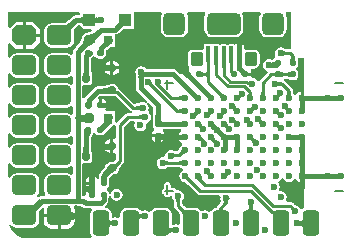
<source format=gbr>
%TF.GenerationSoftware,Altium Limited,Altium Designer,21.2.2 (38)*%
G04 Layer_Physical_Order=1*
G04 Layer_Color=255*
%FSLAX45Y45*%
%MOMM*%
%TF.SameCoordinates,9B882A86-BDC0-4CB1-B03D-B9E00FC7DE04*%
%TF.FilePolarity,Positive*%
%TF.FileFunction,Copper,L1,Top,Signal*%
%TF.Part,Single*%
G01*
G75*
%TA.AperFunction,SMDPad,CuDef*%
G04:AMPARAMS|DCode=10|XSize=2.9mm|YSize=1.9mm|CornerRadius=0.475mm|HoleSize=0mm|Usage=FLASHONLY|Rotation=180.000|XOffset=0mm|YOffset=0mm|HoleType=Round|Shape=RoundedRectangle|*
%AMROUNDEDRECTD10*
21,1,2.90000,0.95000,0,0,180.0*
21,1,1.95000,1.90000,0,0,180.0*
1,1,0.95000,-0.97500,0.47500*
1,1,0.95000,0.97500,0.47500*
1,1,0.95000,0.97500,-0.47500*
1,1,0.95000,-0.97500,-0.47500*
%
%ADD10ROUNDEDRECTD10*%
G04:AMPARAMS|DCode=11|XSize=0.38mm|YSize=1.4mm|CornerRadius=0.095mm|HoleSize=0mm|Usage=FLASHONLY|Rotation=180.000|XOffset=0mm|YOffset=0mm|HoleType=Round|Shape=RoundedRectangle|*
%AMROUNDEDRECTD11*
21,1,0.38000,1.21000,0,0,180.0*
21,1,0.19000,1.40000,0,0,180.0*
1,1,0.19000,-0.09500,0.60500*
1,1,0.19000,0.09500,0.60500*
1,1,0.19000,0.09500,-0.60500*
1,1,0.19000,-0.09500,-0.60500*
%
%ADD11ROUNDEDRECTD11*%
%ADD12R,0.38000X1.40000*%
G04:AMPARAMS|DCode=13|XSize=0.5mm|YSize=0.5mm|CornerRadius=0.125mm|HoleSize=0mm|Usage=FLASHONLY|Rotation=180.000|XOffset=0mm|YOffset=0mm|HoleType=Round|Shape=RoundedRectangle|*
%AMROUNDEDRECTD13*
21,1,0.50000,0.25000,0,0,180.0*
21,1,0.25000,0.50000,0,0,180.0*
1,1,0.25000,-0.12500,0.12500*
1,1,0.25000,0.12500,0.12500*
1,1,0.25000,0.12500,-0.12500*
1,1,0.25000,-0.12500,-0.12500*
%
%ADD13ROUNDEDRECTD13*%
G04:AMPARAMS|DCode=14|XSize=1.4mm|YSize=2.2mm|CornerRadius=0.35mm|HoleSize=0mm|Usage=FLASHONLY|Rotation=0.000|XOffset=0mm|YOffset=0mm|HoleType=Round|Shape=RoundedRectangle|*
%AMROUNDEDRECTD14*
21,1,1.40000,1.50000,0,0,0.0*
21,1,0.70000,2.20000,0,0,0.0*
1,1,0.70000,0.35000,-0.75000*
1,1,0.70000,-0.35000,-0.75000*
1,1,0.70000,-0.35000,0.75000*
1,1,0.70000,0.35000,0.75000*
%
%ADD14ROUNDEDRECTD14*%
%ADD15R,1.10000X1.10000*%
G04:AMPARAMS|DCode=16|XSize=1.1mm|YSize=1.1mm|CornerRadius=0.275mm|HoleSize=0mm|Usage=FLASHONLY|Rotation=270.000|XOffset=0mm|YOffset=0mm|HoleType=Round|Shape=RoundedRectangle|*
%AMROUNDEDRECTD16*
21,1,1.10000,0.55000,0,0,270.0*
21,1,0.55000,1.10000,0,0,270.0*
1,1,0.55000,-0.27500,-0.27500*
1,1,0.55000,-0.27500,0.27500*
1,1,0.55000,0.27500,0.27500*
1,1,0.55000,0.27500,-0.27500*
%
%ADD16ROUNDEDRECTD16*%
G04:AMPARAMS|DCode=17|XSize=0.8mm|YSize=0.8mm|CornerRadius=0.2mm|HoleSize=0mm|Usage=FLASHONLY|Rotation=270.000|XOffset=0mm|YOffset=0mm|HoleType=Round|Shape=RoundedRectangle|*
%AMROUNDEDRECTD17*
21,1,0.80000,0.40000,0,0,270.0*
21,1,0.40000,0.80000,0,0,270.0*
1,1,0.40000,-0.20000,-0.20000*
1,1,0.40000,-0.20000,0.20000*
1,1,0.40000,0.20000,0.20000*
1,1,0.40000,0.20000,-0.20000*
%
%ADD17ROUNDEDRECTD17*%
%ADD18R,0.80000X0.80000*%
%TA.AperFunction,BGAPad,CuDef*%
%ADD19C,0.60000*%
%TA.AperFunction,SMDPad,CuDef*%
G04:AMPARAMS|DCode=20|XSize=0.6mm|YSize=0.7mm|CornerRadius=0.15mm|HoleSize=0mm|Usage=FLASHONLY|Rotation=270.000|XOffset=0mm|YOffset=0mm|HoleType=Round|Shape=RoundedRectangle|*
%AMROUNDEDRECTD20*
21,1,0.60000,0.40000,0,0,270.0*
21,1,0.30000,0.70000,0,0,270.0*
1,1,0.30000,-0.20000,-0.15000*
1,1,0.30000,-0.20000,0.15000*
1,1,0.30000,0.20000,0.15000*
1,1,0.30000,0.20000,-0.15000*
%
%ADD20ROUNDEDRECTD20*%
G04:AMPARAMS|DCode=21|XSize=0.5mm|YSize=0.5mm|CornerRadius=0.125mm|HoleSize=0mm|Usage=FLASHONLY|Rotation=270.000|XOffset=0mm|YOffset=0mm|HoleType=Round|Shape=RoundedRectangle|*
%AMROUNDEDRECTD21*
21,1,0.50000,0.25000,0,0,270.0*
21,1,0.25000,0.50000,0,0,270.0*
1,1,0.25000,-0.12500,-0.12500*
1,1,0.25000,-0.12500,0.12500*
1,1,0.25000,0.12500,0.12500*
1,1,0.25000,0.12500,-0.12500*
%
%ADD21ROUNDEDRECTD21*%
%TA.AperFunction,Conductor*%
%ADD22C,0.40000*%
%ADD23C,0.25000*%
%TA.AperFunction,NonConductor*%
%ADD24C,0.15000*%
%TA.AperFunction,ComponentPad*%
G04:AMPARAMS|DCode=25|XSize=1.9mm|YSize=1.9mm|CornerRadius=0.475mm|HoleSize=0mm|Usage=FLASHONLY|Rotation=180.000|XOffset=0mm|YOffset=0mm|HoleType=Round|Shape=RoundedRectangle|*
%AMROUNDEDRECTD25*
21,1,1.90000,0.95000,0,0,180.0*
21,1,0.95000,1.90000,0,0,180.0*
1,1,0.95000,-0.47500,0.47500*
1,1,0.95000,0.47500,0.47500*
1,1,0.95000,0.47500,-0.47500*
1,1,0.95000,-0.47500,-0.47500*
%
%ADD25ROUNDEDRECTD25*%
G04:AMPARAMS|DCode=26|XSize=1.1mm|YSize=1.2mm|CornerRadius=0.275mm|HoleSize=0mm|Usage=FLASHONLY|Rotation=180.000|XOffset=0mm|YOffset=0mm|HoleType=Round|Shape=RoundedRectangle|*
%AMROUNDEDRECTD26*
21,1,1.10000,0.65000,0,0,180.0*
21,1,0.55000,1.20000,0,0,180.0*
1,1,0.55000,-0.27500,0.32500*
1,1,0.55000,0.27500,0.32500*
1,1,0.55000,0.27500,-0.32500*
1,1,0.55000,-0.27500,-0.32500*
%
%ADD26ROUNDEDRECTD26*%
G04:AMPARAMS|DCode=27|XSize=1.7mm|YSize=2.1mm|CornerRadius=0mm|HoleSize=0mm|Usage=FLASHONLY|Rotation=270.000|XOffset=0mm|YOffset=0mm|HoleType=Round|Shape=Octagon|*
%AMOCTAGOND27*
4,1,8,1.05000,0.42500,1.05000,-0.42500,0.62500,-0.85000,-0.62500,-0.85000,-1.05000,-0.42500,-1.05000,0.42500,-0.62500,0.85000,0.62500,0.85000,1.05000,0.42500,0.0*
%
%ADD27OCTAGOND27*%

G04:AMPARAMS|DCode=28|XSize=1.7mm|YSize=2.1mm|CornerRadius=0.425mm|HoleSize=0mm|Usage=FLASHONLY|Rotation=270.000|XOffset=0mm|YOffset=0mm|HoleType=Round|Shape=RoundedRectangle|*
%AMROUNDEDRECTD28*
21,1,1.70000,1.25001,0,0,270.0*
21,1,0.85000,2.10000,0,0,270.0*
1,1,0.85000,-0.62500,-0.42500*
1,1,0.85000,-0.62500,0.42500*
1,1,0.85000,0.62500,0.42500*
1,1,0.85000,0.62500,-0.42500*
%
%ADD28ROUNDEDRECTD28*%
%TA.AperFunction,ViaPad*%
%ADD29C,0.60000*%
G36*
X681932Y1845133D02*
X681263Y1849858D01*
X679255Y1854085D01*
X675908Y1857815D01*
X671223Y1861048D01*
X665199Y1863783D01*
X657836Y1866021D01*
X649135Y1867762D01*
X639095Y1869005D01*
X627717Y1869751D01*
X623325Y1869837D01*
X614396Y1860595D01*
X591375Y1833441D01*
X583100Y1821551D01*
X576983Y1810784D01*
X573022Y1801141D01*
X571220Y1792623D01*
X571574Y1785228D01*
X574086Y1778958D01*
X578754Y1773812D01*
X489811Y1844754D01*
X496063Y1841191D01*
X503324Y1839670D01*
X511594Y1840191D01*
X520872Y1842753D01*
X531159Y1847359D01*
X542456Y1854005D01*
X554761Y1862695D01*
X568075Y1873426D01*
X597730Y1901014D01*
X615000Y1887183D01*
Y1910000D01*
X627717Y1910249D01*
X649135Y1912238D01*
X657836Y1913979D01*
X665199Y1916217D01*
X671223Y1918952D01*
X675908Y1922185D01*
X679255Y1925915D01*
X681263Y1930142D01*
X681932Y1934867D01*
Y1845133D01*
D02*
G37*
G36*
X649886Y1948940D02*
X652529Y1941056D01*
X647845Y1934057D01*
X646003Y1933688D01*
X626503Y1931877D01*
X614577Y1931644D01*
X610616Y1929912D01*
X599393Y1927679D01*
X586162Y1918838D01*
X584901Y1917578D01*
X582984Y1916864D01*
X553892Y1889799D01*
X541711Y1879980D01*
X530702Y1872207D01*
X521218Y1866626D01*
X520320Y1866224D01*
X487535D01*
X487389Y1866266D01*
X487313Y1866224D01*
X411500D01*
X387114Y1861374D01*
X366440Y1847560D01*
X352626Y1826886D01*
X347776Y1802500D01*
Y1717500D01*
X352626Y1693114D01*
X366440Y1672440D01*
X387114Y1658626D01*
X411500Y1653776D01*
X536500D01*
X560887Y1658626D01*
X581560Y1672440D01*
X595374Y1693114D01*
X600225Y1717500D01*
Y1772438D01*
X600377Y1772760D01*
X600225Y1773184D01*
Y1776088D01*
X600267Y1776233D01*
X600225Y1776309D01*
Y1802500D01*
X599434Y1806476D01*
X601435Y1809998D01*
X608554Y1820229D01*
X630453Y1846059D01*
X632105Y1847769D01*
X637053Y1847445D01*
X645678Y1846377D01*
X652552Y1845002D01*
X657543Y1843484D01*
X658311Y1843136D01*
X665678Y1832111D01*
X666625Y1829826D01*
X667427Y1829493D01*
X668255Y1828255D01*
X683967Y1817756D01*
X702500Y1814070D01*
X746114D01*
X750188Y1799070D01*
X748299Y1797962D01*
X738760Y1793119D01*
X728982Y1788885D01*
X718954Y1785255D01*
X708659Y1782224D01*
X697463Y1779650D01*
X694813Y1777763D01*
X694393Y1777679D01*
X691398Y1775678D01*
X687008Y1773860D01*
X686369Y1772318D01*
X681161Y1768838D01*
X677682Y1763631D01*
X676140Y1762992D01*
X674321Y1758602D01*
X672321Y1755607D01*
X672260Y1755301D01*
X670397Y1752737D01*
X668312Y1744048D01*
X665741Y1736059D01*
X662458Y1727918D01*
X658442Y1719624D01*
X653674Y1711182D01*
X648133Y1702589D01*
X641958Y1694067D01*
X626597Y1675850D01*
X617741Y1666635D01*
X616960Y1664637D01*
X601162Y1648838D01*
X592321Y1635607D01*
X589216Y1620000D01*
X589216Y1619999D01*
Y1606485D01*
X574217Y1598467D01*
X560887Y1607374D01*
X536500Y1612224D01*
X411500D01*
X387114Y1607374D01*
X366440Y1593560D01*
X352626Y1572886D01*
X347776Y1548500D01*
Y1463500D01*
X352626Y1439114D01*
X366440Y1418440D01*
X387114Y1404626D01*
X411500Y1399776D01*
X536500D01*
X560887Y1404626D01*
X574217Y1413533D01*
X589216Y1405515D01*
Y1352485D01*
X574217Y1344467D01*
X560887Y1353374D01*
X536500Y1358224D01*
X411500D01*
X387114Y1353374D01*
X366440Y1339560D01*
X352626Y1318886D01*
X347776Y1294500D01*
Y1209500D01*
X352626Y1185114D01*
X366440Y1164440D01*
X387114Y1150626D01*
X411500Y1145776D01*
X536500D01*
X560887Y1150626D01*
X574217Y1159533D01*
X589216Y1151515D01*
Y1098485D01*
X574217Y1090467D01*
X560887Y1099374D01*
X536500Y1104224D01*
X411500D01*
X387114Y1099374D01*
X366440Y1085560D01*
X352626Y1064886D01*
X347776Y1040500D01*
Y955500D01*
X352626Y931114D01*
X366440Y910440D01*
X387114Y896626D01*
X411500Y891776D01*
X536500D01*
X560887Y896626D01*
X574217Y905533D01*
X589216Y897515D01*
Y844485D01*
X574217Y836467D01*
X560887Y845374D01*
X536500Y850224D01*
X411500D01*
X387114Y845374D01*
X366440Y831560D01*
X352626Y810886D01*
X347776Y786500D01*
Y701500D01*
X352626Y677114D01*
X366440Y656440D01*
X387114Y642626D01*
X411500Y637776D01*
X536500D01*
X560887Y642626D01*
X574217Y651533D01*
X589216Y643515D01*
Y590485D01*
X574217Y582467D01*
X560887Y591374D01*
X536500Y596224D01*
X411500D01*
X387114Y591374D01*
X366440Y577560D01*
X352626Y556886D01*
X347776Y532500D01*
Y447500D01*
X352626Y423114D01*
X357594Y415678D01*
X350524Y402450D01*
X325666D01*
X310059Y399345D01*
X300437Y392916D01*
X296605Y391485D01*
X287560Y402440D01*
X301374Y423114D01*
X306225Y447500D01*
Y532500D01*
X301374Y556886D01*
X287560Y577560D01*
X266887Y591374D01*
X242500Y596224D01*
X117500D01*
X93114Y591374D01*
X72440Y577560D01*
X58944Y557362D01*
X57655Y557083D01*
X43944Y559857D01*
Y674143D01*
X57655Y676917D01*
X58944Y676638D01*
X72440Y656440D01*
X93114Y642626D01*
X117500Y637776D01*
X242500D01*
X266887Y642626D01*
X287560Y656440D01*
X301374Y677114D01*
X306225Y701500D01*
Y786500D01*
X301374Y810886D01*
X287560Y831560D01*
X266887Y845374D01*
X242500Y850224D01*
X117500D01*
X93114Y845374D01*
X72440Y831560D01*
X58944Y811362D01*
X57655Y811083D01*
X43944Y813857D01*
Y928143D01*
X57655Y930917D01*
X58944Y930638D01*
X72440Y910440D01*
X93114Y896626D01*
X117500Y891776D01*
X242500D01*
X266887Y896626D01*
X287560Y910440D01*
X301374Y931114D01*
X306225Y955500D01*
Y1040500D01*
X301374Y1064886D01*
X287560Y1085560D01*
X266887Y1099374D01*
X242500Y1104224D01*
X117500D01*
X93114Y1099374D01*
X72440Y1085560D01*
X58944Y1065362D01*
X57655Y1065083D01*
X43944Y1067857D01*
Y1182143D01*
X57655Y1184917D01*
X58944Y1184638D01*
X72440Y1164440D01*
X93114Y1150626D01*
X117500Y1145776D01*
X242500D01*
X266887Y1150626D01*
X287560Y1164440D01*
X301374Y1185114D01*
X306225Y1209500D01*
Y1294500D01*
X301374Y1318886D01*
X287560Y1339560D01*
X266887Y1353374D01*
X242500Y1358224D01*
X117500D01*
X93114Y1353374D01*
X72440Y1339560D01*
X58944Y1319362D01*
X57655Y1319083D01*
X43944Y1321857D01*
Y1436143D01*
X57655Y1438917D01*
X58944Y1438638D01*
X72440Y1418440D01*
X93114Y1404626D01*
X117500Y1399776D01*
X242500D01*
X266887Y1404626D01*
X287560Y1418440D01*
X301374Y1439114D01*
X306225Y1463500D01*
Y1548500D01*
X301374Y1572886D01*
X287560Y1593560D01*
X266887Y1607374D01*
X242500Y1612224D01*
X117500D01*
X93114Y1607374D01*
X72440Y1593560D01*
X58944Y1573362D01*
X57655Y1573083D01*
X43944Y1575857D01*
Y1689243D01*
X58944Y1695456D01*
X104800Y1649600D01*
X167300D01*
Y1760000D01*
Y1870400D01*
X104800D01*
X58944Y1824544D01*
X43944Y1830757D01*
Y1956056D01*
X642963D01*
X649886Y1948940D01*
D02*
G37*
G36*
X784260Y1921148D02*
X785646Y1918808D01*
X787956Y1916744D01*
X791190Y1914955D01*
X795348Y1913441D01*
X800431Y1912202D01*
X806437Y1911239D01*
X813367Y1910550D01*
X830000Y1910000D01*
Y1870000D01*
X821222Y1869862D01*
X806437Y1868761D01*
X800431Y1867798D01*
X795348Y1866559D01*
X791190Y1865045D01*
X787956Y1863256D01*
X785646Y1861192D01*
X784260Y1858852D01*
X783798Y1856237D01*
Y1869964D01*
X777640Y1870000D01*
Y1910000D01*
X783798Y1910199D01*
Y1923763D01*
X784260Y1921148D01*
D02*
G37*
G36*
X1013262Y1835305D02*
X1011901Y1835781D01*
X1009750Y1835275D01*
X1006810Y1833786D01*
X1003082Y1831315D01*
X998564Y1827861D01*
X987162Y1818007D01*
X964142Y1795858D01*
X935858Y1824142D01*
X944223Y1832604D01*
X971315Y1863082D01*
X973786Y1866810D01*
X975275Y1869750D01*
X975781Y1871901D01*
X975305Y1873262D01*
X1013262Y1835305D01*
D02*
G37*
G36*
X2435000Y1647240D02*
X2430000Y1643137D01*
X2409947D01*
X2407617Y1644145D01*
X2402909Y1644220D01*
X2394800Y1644803D01*
X2392012Y1645201D01*
X2389582Y1645694D01*
X2387777Y1646191D01*
X2386631Y1646612D01*
X2386248Y1646798D01*
X2385624Y1647340D01*
X2385126Y1647506D01*
X2385011Y1647581D01*
X2384778Y1647623D01*
X2382602Y1648351D01*
X2369509Y1657099D01*
X2350000Y1660980D01*
X2330491Y1657099D01*
X2313952Y1646048D01*
X2302901Y1629509D01*
X2299021Y1610000D01*
X2302901Y1590491D01*
X2305041Y1587288D01*
X2299048Y1569258D01*
X2294529Y1566239D01*
X2291623Y1564587D01*
X2289420Y1561757D01*
X2287832Y1560225D01*
X2285733Y1558687D01*
X2282987Y1557155D01*
X2279494Y1555686D01*
X2275198Y1554352D01*
X2274010Y1554091D01*
X2269509Y1557099D01*
X2250000Y1560980D01*
X2230491Y1557099D01*
X2213952Y1546048D01*
X2202901Y1529509D01*
X2199020Y1510000D01*
X2202901Y1490491D01*
X2213952Y1473952D01*
X2230491Y1462901D01*
X2234107Y1462182D01*
X2239044Y1445906D01*
X2176569Y1383431D01*
X2170516Y1374373D01*
X2169425Y1373977D01*
X2162261Y1373164D01*
X2154296Y1373705D01*
X2146048Y1386048D01*
X2129509Y1397099D01*
X2113030Y1400377D01*
X2107294Y1404808D01*
X2100523Y1414389D01*
X2101102Y1417300D01*
X2050000D01*
Y1436729D01*
X2026012Y1412741D01*
X2025006Y1416210D01*
X2023276Y1420144D01*
X2020822Y1424542D01*
X2017643Y1429407D01*
X2013740Y1434736D01*
X2003760Y1446789D01*
X1990883Y1460703D01*
X1983358Y1468358D01*
X2011642Y1496642D01*
X2019297Y1489117D01*
X2045264Y1466260D01*
X2050593Y1462357D01*
X2055457Y1459178D01*
X2059856Y1456724D01*
X2063790Y1454994D01*
X2067259Y1453988D01*
X2055971Y1442700D01*
X2101102D01*
X2098201Y1457288D01*
X2093669Y1464070D01*
X2100932Y1479070D01*
X2125000D01*
X2143533Y1482756D01*
X2159245Y1493255D01*
X2169744Y1508967D01*
X2173431Y1527500D01*
Y1592500D01*
X2169744Y1611034D01*
X2159245Y1626746D01*
X2143533Y1637244D01*
X2125000Y1640931D01*
X2070000D01*
X2057584Y1638461D01*
X2042584Y1647976D01*
Y1660500D01*
X2039875Y1674117D01*
X2032161Y1685661D01*
X2020617Y1693375D01*
X2010200Y1695447D01*
Y1688038D01*
X2019902Y1687552D01*
X2019636Y1687017D01*
X2019398Y1685908D01*
X2019187Y1684225D01*
X2018850Y1679138D01*
X2018500Y1656383D01*
X2010200Y1656942D01*
Y1600000D01*
X1984800D01*
Y1658653D01*
X1978500Y1659078D01*
X1977955Y1689652D01*
X1984800Y1689310D01*
Y1695447D01*
X1974383Y1693375D01*
X1962839Y1685661D01*
X1961173Y1683168D01*
X1953510Y1688288D01*
X1942000Y1690578D01*
X1923000D01*
X1911490Y1688288D01*
X1901732Y1681768D01*
X1898268D01*
X1888510Y1688288D01*
X1877000Y1690578D01*
X1858000D01*
X1846490Y1688288D01*
X1836732Y1681768D01*
X1833268D01*
X1823510Y1688288D01*
X1812000Y1690578D01*
X1793000D01*
X1791393Y1690258D01*
X1776500Y1690000D01*
X1776500Y1690000D01*
X1776499Y1690000D01*
X1698500D01*
Y1643154D01*
X1685271Y1636083D01*
X1683533Y1637244D01*
X1665000Y1640931D01*
X1610000D01*
X1591466Y1637244D01*
X1575755Y1626746D01*
X1565256Y1611034D01*
X1561569Y1592500D01*
Y1527500D01*
X1565256Y1508967D01*
X1574183Y1495607D01*
X1574079Y1494716D01*
X1572700Y1491075D01*
Y1455610D01*
X1573642Y1455142D01*
X1577259Y1453988D01*
X1572700Y1449429D01*
Y1435971D01*
X1583988Y1447258D01*
X1585142Y1443641D01*
X1587318Y1439262D01*
X1590516Y1434120D01*
X1594735Y1428216D01*
X1606238Y1414120D01*
X1621827Y1396976D01*
X1641503Y1376782D01*
X1613219Y1348497D01*
X1602740Y1358846D01*
X1555880Y1399484D01*
X1550738Y1402682D01*
X1546359Y1404858D01*
X1542742Y1406012D01*
X1566729Y1430000D01*
X1553271D01*
X1536012Y1412741D01*
X1534858Y1416359D01*
X1532682Y1420738D01*
X1529485Y1425880D01*
X1525265Y1431784D01*
X1513763Y1445880D01*
X1510290Y1449699D01*
X1508858Y1442500D01*
Y1438418D01*
X1495000Y1432678D01*
X1463839Y1463838D01*
X1450608Y1472679D01*
X1435001Y1475784D01*
X1435000Y1475783D01*
X1212906D01*
X1206048Y1486048D01*
X1189509Y1497099D01*
X1170000Y1500979D01*
X1150491Y1497099D01*
X1133952Y1486048D01*
X1122901Y1469509D01*
X1119020Y1450000D01*
X1122901Y1430491D01*
X1123979Y1428877D01*
X1123357Y1403961D01*
X1124214Y1401735D01*
Y1315004D01*
X1124214Y1315002D01*
X1127319Y1299395D01*
X1136159Y1286164D01*
X1222640Y1199684D01*
X1213078Y1188032D01*
X1199509Y1197099D01*
X1180000Y1200980D01*
X1160491Y1197099D01*
X1147398Y1188351D01*
X1145222Y1187623D01*
X1144989Y1187581D01*
X1144875Y1187507D01*
X1144376Y1187340D01*
X1143752Y1186798D01*
X1143370Y1186612D01*
X1142223Y1186191D01*
X1140418Y1185694D01*
X1137988Y1185201D01*
X1135200Y1184803D01*
X1127091Y1184220D01*
X1122383Y1184145D01*
X1120053Y1183137D01*
X1108725D01*
X989387Y1302474D01*
X978637Y1309658D01*
X975635Y1310255D01*
X972969Y1323656D01*
X965234Y1335234D01*
X953656Y1342969D01*
X940000Y1345686D01*
X900000D01*
X895808Y1344852D01*
X894266Y1345490D01*
X889876Y1343672D01*
X886842Y1343068D01*
X883559Y1342657D01*
X880050Y1340660D01*
X876564Y1339190D01*
X871720Y1337650D01*
X865589Y1336177D01*
X858842Y1334961D01*
X817302Y1331777D01*
X804791Y1331647D01*
X803849Y1331245D01*
X802868Y1331541D01*
X801455Y1330783D01*
X800001D01*
X800000Y1330784D01*
X784393Y1327679D01*
X771162Y1318838D01*
X771161Y1318838D01*
X694927Y1242604D01*
X686086Y1229372D01*
X685571Y1226783D01*
X670784Y1229329D01*
Y1331750D01*
X680000Y1339314D01*
X720000D01*
X733656Y1342031D01*
X745233Y1349766D01*
X752969Y1361344D01*
X755686Y1375000D01*
Y1405000D01*
X754852Y1409192D01*
X755490Y1410734D01*
X753672Y1415124D01*
X753459Y1416193D01*
X753091Y1420639D01*
X752169Y1422430D01*
X751519Y1424378D01*
X750808Y1427453D01*
X746732Y1485430D01*
X746647Y1499121D01*
X745784Y1501171D01*
Y1567289D01*
X755931Y1574069D01*
X761941Y1583064D01*
X770306Y1584046D01*
X778874Y1581844D01*
X784069Y1574069D01*
X794819Y1566886D01*
X807500Y1564363D01*
X832500D01*
X845181Y1566886D01*
X855931Y1574069D01*
X863114Y1584819D01*
X863670Y1587614D01*
X869248Y1595961D01*
X872352Y1611569D01*
X872352Y1611570D01*
Y1633082D01*
X878309Y1638846D01*
X892209Y1651101D01*
X897443Y1655226D01*
X901606Y1658152D01*
X904207Y1659680D01*
X904389Y1659758D01*
X904913Y1659848D01*
X905153Y1660000D01*
X905477D01*
X908335Y1659530D01*
X908991Y1660000D01*
X950000D01*
Y1769216D01*
X965607Y1772321D01*
X975126Y1778681D01*
X979152Y1780258D01*
X1001753Y1802005D01*
X1012227Y1811057D01*
X1015648Y1813673D01*
X1017651Y1815000D01*
X1105000D01*
Y1956056D01*
X1337853D01*
X1344924Y1942827D01*
X1338917Y1933837D01*
X1333678Y1907500D01*
Y1812500D01*
X1338917Y1786163D01*
X1353835Y1763836D01*
X1376163Y1748917D01*
X1402500Y1743678D01*
X1497500D01*
X1523837Y1748917D01*
X1546164Y1763836D01*
X1561083Y1786163D01*
X1566322Y1812500D01*
Y1907500D01*
X1561083Y1933837D01*
X1555076Y1942827D01*
X1562147Y1956056D01*
X1705353D01*
X1712424Y1942827D01*
X1706416Y1933837D01*
X1701178Y1907500D01*
Y1812500D01*
X1706416Y1786163D01*
X1721335Y1763836D01*
X1743663Y1748917D01*
X1770000Y1743678D01*
X1965000D01*
X1991337Y1748917D01*
X2013665Y1763836D01*
X2028583Y1786163D01*
X2033822Y1812500D01*
Y1907500D01*
X2028583Y1933837D01*
X2022576Y1942827D01*
X2029647Y1956056D01*
X2172853D01*
X2179924Y1942827D01*
X2173917Y1933837D01*
X2168678Y1907500D01*
Y1812500D01*
X2173917Y1786163D01*
X2188836Y1763836D01*
X2211163Y1748917D01*
X2237500Y1743678D01*
X2332500D01*
X2358837Y1748917D01*
X2381164Y1763836D01*
X2396083Y1786163D01*
X2401322Y1812500D01*
Y1907500D01*
X2396083Y1933837D01*
X2390076Y1942827D01*
X2397147Y1956056D01*
X2435000D01*
Y1647240D01*
D02*
G37*
G36*
X838915Y1790631D02*
X826796Y1778232D01*
X797214Y1744458D01*
X789613Y1734341D01*
X777800Y1715819D01*
X773588Y1707414D01*
X770505Y1699579D01*
X768552Y1692315D01*
X702315Y1758552D01*
X714147Y1761274D01*
X725700Y1764675D01*
X736974Y1768755D01*
X747968Y1773516D01*
X758683Y1778956D01*
X769119Y1785075D01*
X779275Y1791875D01*
X789152Y1799354D01*
X798749Y1807513D01*
X808067Y1816351D01*
X838915Y1790631D01*
D02*
G37*
G36*
X903409Y1680610D02*
X901221Y1681179D01*
X898236Y1680662D01*
X894456Y1679059D01*
X889880Y1676370D01*
X884508Y1672595D01*
X878340Y1667734D01*
X863617Y1654752D01*
X845711Y1637426D01*
X817426Y1665711D01*
X825343Y1673772D01*
X846791Y1698704D01*
X849598Y1703108D01*
X851384Y1706780D01*
X852147Y1709722D01*
X851890Y1711931D01*
X850610Y1713409D01*
X903409Y1680610D01*
D02*
G37*
G36*
X757685Y1681448D02*
X748196Y1679171D01*
X738682Y1676108D01*
X729142Y1672261D01*
X719576Y1667629D01*
X709984Y1662212D01*
X700366Y1656009D01*
X690722Y1649022D01*
X671356Y1632693D01*
X661635Y1623351D01*
X633351Y1651635D01*
X642693Y1661357D01*
X659022Y1680722D01*
X666009Y1690366D01*
X672211Y1699984D01*
X677629Y1709576D01*
X682261Y1719142D01*
X686108Y1728682D01*
X689170Y1738197D01*
X691447Y1747685D01*
X757685Y1681448D01*
D02*
G37*
G36*
X2373283Y1629385D02*
X2375524Y1627940D01*
X2378150Y1626665D01*
X2381159Y1625560D01*
X2384552Y1624625D01*
X2388329Y1623860D01*
X2392489Y1623265D01*
X2401960Y1622585D01*
X2407272Y1622500D01*
Y1597500D01*
X2401960Y1597415D01*
X2392489Y1596735D01*
X2388329Y1596140D01*
X2384552Y1595375D01*
X2381159Y1594440D01*
X2378150Y1593335D01*
X2375524Y1592060D01*
X2373283Y1590615D01*
X2371424Y1589000D01*
Y1631000D01*
X2373283Y1629385D01*
D02*
G37*
G36*
X2462615Y1584974D02*
X2463534Y1575423D01*
X2464338Y1570898D01*
X2465372Y1566540D01*
X2466636Y1562349D01*
X2468129Y1558326D01*
X2469852Y1554470D01*
X2471805Y1550781D01*
X2473988Y1547259D01*
X2426012D01*
X2428195Y1550781D01*
X2430148Y1554470D01*
X2431871Y1558326D01*
X2433364Y1562349D01*
X2434628Y1566540D01*
X2435662Y1570898D01*
X2436466Y1575423D01*
X2437040Y1580114D01*
X2437500Y1590000D01*
X2462500D01*
X2462615Y1584974D01*
D02*
G37*
G36*
X2317500Y1505066D02*
X2330460Y1502203D01*
X2339040Y1499642D01*
X2343240Y1497382D01*
X2343060Y1495424D01*
X2338500Y1493767D01*
X2329560Y1492411D01*
X2316240Y1491356D01*
X2302361Y1491072D01*
Y1490000D01*
X2271424Y1489000D01*
Y1490438D01*
X2250000Y1490000D01*
Y1530000D01*
X2258593Y1530213D01*
X2266582Y1530852D01*
X2273965Y1531916D01*
X2280743Y1533407D01*
X2286917Y1535323D01*
X2292485Y1537665D01*
X2297448Y1540433D01*
X2301806Y1543627D01*
X2305560Y1547247D01*
X2308708Y1551293D01*
X2317500Y1505066D01*
D02*
G37*
G36*
X1884586Y1533835D02*
X1883623Y1530993D01*
X1882774Y1527387D01*
X1882038Y1523015D01*
X1880906Y1511977D01*
X1880226Y1497879D01*
X1880000Y1480722D01*
X1855000D01*
X1854943Y1489683D01*
X1852962Y1523015D01*
X1852226Y1527387D01*
X1851377Y1530993D01*
X1850414Y1533835D01*
X1849338Y1535913D01*
X1885661D01*
X1884586Y1533835D01*
D02*
G37*
G36*
X1819586D02*
X1818623Y1530993D01*
X1817774Y1527387D01*
X1817038Y1523015D01*
X1815906Y1511977D01*
X1815226Y1497879D01*
X1815000Y1480722D01*
X1790000D01*
X1789944Y1489683D01*
X1787962Y1523015D01*
X1787226Y1527387D01*
X1786377Y1530993D01*
X1785414Y1533835D01*
X1784339Y1535913D01*
X1820662D01*
X1819586Y1533835D01*
D02*
G37*
G36*
X1755018Y1529805D02*
X1753965Y1528305D01*
X1753036Y1525805D01*
X1752230Y1522305D01*
X1751549Y1517805D01*
X1750558Y1505805D01*
X1750000Y1480305D01*
X1725000D01*
X1724938Y1489805D01*
X1722770Y1522305D01*
X1721964Y1525805D01*
X1721035Y1528305D01*
X1719982Y1529805D01*
X1718805Y1530305D01*
X1756195D01*
X1755018Y1529805D01*
D02*
G37*
G36*
X1750000Y1430000D02*
X1725000Y1392500D01*
X1724750Y1397250D01*
X1724000Y1401500D01*
X1722750Y1405250D01*
X1721000Y1408500D01*
X1718750Y1411250D01*
X1716000Y1413500D01*
X1712750Y1415250D01*
X1710471Y1416010D01*
X1706274Y1415662D01*
X1700273Y1414628D01*
X1694739Y1413364D01*
X1689670Y1411871D01*
X1685067Y1410148D01*
X1680930Y1408195D01*
X1677259Y1406012D01*
Y1453988D01*
X1680930Y1451805D01*
X1685067Y1449852D01*
X1689670Y1448129D01*
X1694739Y1446636D01*
X1700273Y1445372D01*
X1706274Y1444338D01*
X1710278Y1443926D01*
X1712750Y1444750D01*
X1716000Y1446500D01*
X1718750Y1448750D01*
X1721000Y1451500D01*
X1722750Y1454750D01*
X1724000Y1458500D01*
X1724750Y1462750D01*
X1725000Y1467500D01*
X1750000Y1430000D01*
D02*
G37*
G36*
X2432741Y1406012D02*
X2429070Y1408195D01*
X2424933Y1410148D01*
X2420330Y1411871D01*
X2415261Y1413364D01*
X2409727Y1414628D01*
X2403726Y1415662D01*
X2391480Y1416922D01*
X2376274Y1415662D01*
X2370273Y1414628D01*
X2364738Y1413364D01*
X2359670Y1411871D01*
X2355067Y1410148D01*
X2350930Y1408195D01*
X2347258Y1406012D01*
Y1453988D01*
X2350930Y1451805D01*
X2355067Y1449852D01*
X2359670Y1448129D01*
X2364738Y1446636D01*
X2370273Y1445372D01*
X2376274Y1444338D01*
X2388520Y1443078D01*
X2403726Y1444338D01*
X2409727Y1445372D01*
X2415261Y1446636D01*
X2420330Y1448129D01*
X2424933Y1449852D01*
X2429070Y1451805D01*
X2432741Y1453988D01*
Y1406012D01*
D02*
G37*
G36*
X1949586Y1533835D02*
X1948623Y1530993D01*
X1947774Y1527387D01*
X1947038Y1523015D01*
X1945906Y1511977D01*
X1945226Y1497879D01*
X1945202Y1495992D01*
X1945248Y1493919D01*
X1945993Y1484174D01*
X1947235Y1475697D01*
X1948973Y1468490D01*
X1951208Y1462553D01*
X1953939Y1457884D01*
X1957167Y1454485D01*
X1960892Y1452355D01*
X1965113Y1451494D01*
X1969831Y1451902D01*
X1925066Y1442500D01*
X1924103Y1438529D01*
X1923242Y1436803D01*
X1922482Y1437322D01*
X1921824Y1440087D01*
X1921266Y1445097D01*
X1920456Y1461853D01*
X1920251Y1480722D01*
X1920000D01*
X1919944Y1489683D01*
X1917962Y1523015D01*
X1917226Y1527387D01*
X1916377Y1530993D01*
X1915414Y1533835D01*
X1914339Y1535913D01*
X1950662D01*
X1949586Y1533835D01*
D02*
G37*
G36*
X725000Y1498988D02*
X725088Y1484602D01*
X729333Y1424235D01*
X730659Y1418499D01*
X732162Y1413998D01*
X733842Y1410734D01*
X666157D01*
X669738Y1416702D01*
X672941Y1423328D01*
X675767Y1430610D01*
X678217Y1438550D01*
X680289Y1447146D01*
X681985Y1456399D01*
X684247Y1476877D01*
X684812Y1488101D01*
X685000Y1499983D01*
X725000Y1498988D01*
D02*
G37*
G36*
X2312741Y1406012D02*
X2309219Y1408195D01*
X2305531Y1410148D01*
X2301674Y1411871D01*
X2297651Y1413364D01*
X2293460Y1414628D01*
X2289103Y1415662D01*
X2284578Y1416466D01*
X2279886Y1417041D01*
X2270000Y1417500D01*
Y1442500D01*
X2275026Y1442615D01*
X2284578Y1443534D01*
X2289103Y1444338D01*
X2293460Y1445372D01*
X2297651Y1446636D01*
X2301674Y1448129D01*
X2305531Y1449852D01*
X2309219Y1451805D01*
X2312741Y1453988D01*
Y1406012D01*
D02*
G37*
G36*
X1187134Y1425374D02*
X1186728Y1424793D01*
X1186365Y1423644D01*
X1186044Y1421928D01*
X1185766Y1419644D01*
X1185339Y1413373D01*
X1184998Y1394018D01*
X1144998Y1403420D01*
X1145722Y1432377D01*
X1187134Y1425374D01*
D02*
G37*
G36*
X2550000Y1294329D02*
X2542700Y1288339D01*
Y1230000D01*
X2517300D01*
Y1283959D01*
X2508384Y1282186D01*
X2490059Y1269941D01*
X2480123Y1255070D01*
X2467119Y1254142D01*
X2463419Y1255016D01*
X2462098Y1256993D01*
X2461110Y1261240D01*
X2459581Y1263375D01*
X2458669Y1264941D01*
X2457767Y1266852D01*
X2456899Y1269153D01*
X2456096Y1271859D01*
X2455392Y1274968D01*
X2454852Y1278233D01*
X2454094Y1287010D01*
X2453996Y1291895D01*
X2451993Y1296471D01*
X2450467Y1304145D01*
X2443284Y1314896D01*
X2384748Y1373431D01*
X2377039Y1378582D01*
X2376975Y1378959D01*
X2377713Y1391214D01*
X2378731Y1394119D01*
X2379011Y1394167D01*
X2391264Y1395182D01*
X2400775Y1394204D01*
X2405475Y1393394D01*
X2409789Y1392409D01*
X2413467Y1391325D01*
X2416502Y1390189D01*
X2418894Y1389060D01*
X2421679Y1387405D01*
X2424696Y1386968D01*
X2424819Y1386886D01*
X2428350Y1386184D01*
X2432741Y1384365D01*
X2434283Y1385003D01*
X2437500Y1384364D01*
X2462500D01*
X2475181Y1386886D01*
X2485931Y1394069D01*
X2493114Y1404819D01*
X2495637Y1417500D01*
Y1442500D01*
X2493114Y1455181D01*
X2485931Y1465931D01*
X2476936Y1471941D01*
X2475990Y1480000D01*
X2476936Y1488059D01*
X2485931Y1494069D01*
X2493114Y1504819D01*
X2495637Y1517500D01*
Y1542500D01*
X2494997Y1545717D01*
X2495636Y1547259D01*
X2493816Y1551650D01*
X2493114Y1555181D01*
X2493315Y1556166D01*
X2499777Y1566870D01*
X2501815Y1569134D01*
X2503097Y1570000D01*
X2550000D01*
Y1294329D01*
D02*
G37*
G36*
X2323282Y1369385D02*
X2325524Y1367940D01*
X2328150Y1366665D01*
X2331159Y1365560D01*
X2334552Y1364625D01*
X2338329Y1363860D01*
X2342489Y1363265D01*
X2351960Y1362585D01*
X2357272Y1362500D01*
Y1337500D01*
X2351960Y1337415D01*
X2342489Y1336735D01*
X2338329Y1336140D01*
X2334552Y1335375D01*
X2331159Y1334440D01*
X2328150Y1333335D01*
X2325524Y1332060D01*
X2323282Y1330615D01*
X2321424Y1329000D01*
Y1371000D01*
X2323282Y1369385D01*
D02*
G37*
G36*
X1259499Y1363006D02*
X1259781Y1360439D01*
X1260489Y1357713D01*
X1261626Y1354828D01*
X1263189Y1351785D01*
X1265181Y1348583D01*
X1267600Y1345223D01*
X1270446Y1341704D01*
X1277422Y1334190D01*
X1256924Y1319333D01*
X1253126Y1323032D01*
X1242673Y1331986D01*
X1239503Y1334258D01*
X1236490Y1336172D01*
X1233635Y1337730D01*
X1230936Y1338932D01*
X1228394Y1339776D01*
X1226009Y1340264D01*
X1259645Y1365415D01*
X1259499Y1363006D01*
D02*
G37*
G36*
X1330415Y1347568D02*
X1330003Y1345922D01*
X1330118Y1343992D01*
X1330760Y1341777D01*
X1331929Y1339277D01*
X1333625Y1336492D01*
X1335847Y1333422D01*
X1338597Y1330068D01*
X1345677Y1322504D01*
X1322873Y1309952D01*
X1295041Y1343996D01*
X1331353Y1348928D01*
X1330415Y1347568D01*
D02*
G37*
G36*
X930044Y1295798D02*
X930239Y1294939D01*
X930518Y1294074D01*
X930879Y1293204D01*
X931324Y1292330D01*
X931852Y1291450D01*
X932463Y1290566D01*
X933157Y1289676D01*
X933935Y1288782D01*
X934795Y1287882D01*
X917118Y1270205D01*
X916218Y1271065D01*
X914434Y1272537D01*
X913549Y1273148D01*
X912669Y1273676D01*
X911795Y1274120D01*
X910925Y1274482D01*
X910061Y1274761D01*
X909201Y1274956D01*
X908347Y1275068D01*
X929932Y1296653D01*
X930044Y1295798D01*
D02*
G37*
G36*
X894266Y1266157D02*
X892378Y1266887D01*
X889016Y1267541D01*
X884178Y1268117D01*
X870076Y1269039D01*
X809008Y1270000D01*
X805017Y1310000D01*
X818246Y1310138D01*
X861596Y1313460D01*
X870042Y1314983D01*
X877533Y1316783D01*
X884067Y1318859D01*
X889645Y1321212D01*
X894266Y1323842D01*
Y1266157D01*
D02*
G37*
G36*
X2356339Y1260109D02*
X2352930Y1256619D01*
X2345010Y1247479D01*
X2343139Y1244875D01*
X2341652Y1242494D01*
X2341445Y1242088D01*
X2342874Y1240753D01*
X2341717Y1240715D01*
X2340567Y1240368D01*
X2340550Y1240334D01*
X2339831Y1238396D01*
X2339498Y1236680D01*
X2339549Y1235185D01*
X2336415Y1238112D01*
X2334318Y1236615D01*
X2328957Y1232196D01*
X2322488Y1226199D01*
X2318839Y1222609D01*
X2301161Y1240286D01*
X2304619Y1243808D01*
X2314563Y1255286D01*
X2315912Y1257261D01*
X2313158Y1259833D01*
X2314642Y1259883D01*
X2316363Y1260320D01*
X2317848Y1260946D01*
X2317938Y1261153D01*
X2318285Y1262587D01*
X2318243Y1263759D01*
X2320030Y1262090D01*
X2320516Y1262359D01*
X2322948Y1263960D01*
X2325616Y1265949D01*
X2331665Y1271092D01*
X2338661Y1277786D01*
X2356339Y1260109D01*
D02*
G37*
G36*
X2025387Y1256294D02*
X2022213Y1253079D01*
X2011579Y1241022D01*
X2010499Y1239413D01*
X2009768Y1238073D01*
X2009386Y1237000D01*
X2009353Y1236195D01*
X1988140Y1258875D01*
X1988964Y1258848D01*
X1990039Y1259164D01*
X1991367Y1259820D01*
X1992946Y1260818D01*
X1994777Y1262157D01*
X1999195Y1265859D01*
X2004620Y1270926D01*
X2007710Y1273971D01*
X2025387Y1256294D01*
D02*
G37*
G36*
X2102525Y1275696D02*
X2103725Y1258749D01*
X2104100Y1257403D01*
X2104525Y1256481D01*
X2105000Y1255981D01*
X2075000D01*
X2075475Y1256481D01*
X2075900Y1257403D01*
X2076275Y1258749D01*
X2076600Y1260517D01*
X2076875Y1262707D01*
X2077275Y1268357D01*
X2077500Y1280000D01*
X2102500D01*
X2102525Y1275696D01*
D02*
G37*
G36*
X2212598Y1298370D02*
X2214074Y1275902D01*
X2214960Y1269824D01*
X2216042Y1264452D01*
X2217321Y1259787D01*
X2218796Y1255827D01*
X2220469Y1252573D01*
X2222338Y1250025D01*
X2177662D01*
X2179531Y1252573D01*
X2181203Y1255827D01*
X2182679Y1259787D01*
X2183958Y1264452D01*
X2185040Y1269824D01*
X2185926Y1275902D01*
X2187106Y1290175D01*
X2187500Y1307272D01*
X2212500D01*
X2212598Y1298370D01*
D02*
G37*
G36*
X2432464Y1285860D02*
X2433357Y1275532D01*
X2434137Y1270809D01*
X2435141Y1266379D01*
X2436368Y1262244D01*
X2437819Y1258402D01*
X2439492Y1254854D01*
X2441388Y1251599D01*
X2443507Y1248639D01*
X2396311Y1248407D01*
X2398409Y1251396D01*
X2400286Y1254677D01*
X2401942Y1258251D01*
X2403377Y1262117D01*
X2404592Y1266277D01*
X2405586Y1270729D01*
X2406359Y1275474D01*
X2407242Y1285841D01*
X2407353Y1291465D01*
X2432353D01*
X2432464Y1285860D01*
D02*
G37*
G36*
X1830563Y1287253D02*
X1847494Y1272409D01*
X1852418Y1268738D01*
X1856982Y1265705D01*
X1861186Y1263310D01*
X1865029Y1261553D01*
X1868513Y1260435D01*
X1871636Y1259956D01*
X1840045Y1228364D01*
X1839565Y1231488D01*
X1838447Y1234971D01*
X1836690Y1238815D01*
X1834295Y1243018D01*
X1831262Y1247582D01*
X1827591Y1252506D01*
X1818333Y1263433D01*
X1806522Y1275801D01*
X1824200Y1293478D01*
X1830563Y1287253D01*
D02*
G37*
G36*
X2008681Y1236605D02*
X2008091Y1236582D01*
X2007224Y1236222D01*
X2006078Y1235523D01*
X2004653Y1234485D01*
X2000968Y1231397D01*
X1993351Y1224227D01*
X1990255Y1221161D01*
X1972578Y1238839D01*
X1975771Y1242058D01*
X1988399Y1256343D01*
X1988814Y1257205D01*
X1988882Y1257772D01*
X2008681Y1236605D01*
D02*
G37*
G36*
X1519975Y1207662D02*
X1517427Y1209531D01*
X1514173Y1211204D01*
X1510213Y1212679D01*
X1505548Y1213958D01*
X1500176Y1215040D01*
X1494098Y1215926D01*
X1479825Y1217107D01*
X1462728Y1217500D01*
Y1242500D01*
X1471630Y1242598D01*
X1494098Y1244074D01*
X1500176Y1244960D01*
X1505548Y1246042D01*
X1510213Y1247321D01*
X1514173Y1248797D01*
X1517427Y1250469D01*
X1519975Y1252338D01*
Y1207662D01*
D02*
G37*
G36*
X2137013Y1149500D02*
X2133544Y1145951D01*
X2125453Y1136672D01*
X2123528Y1134034D01*
X2121989Y1131624D01*
X2121320Y1130357D01*
X2122678Y1129009D01*
X2121506Y1129007D01*
X2120565Y1128749D01*
X2120070Y1127487D01*
X2119690Y1125761D01*
X2119696Y1124261D01*
X2116949Y1126987D01*
X2116373Y1126644D01*
X2114124Y1125072D01*
X2111606Y1123107D01*
X2105761Y1118001D01*
X2098839Y1111325D01*
X2081161Y1129002D01*
X2084680Y1132584D01*
X2094840Y1144234D01*
X2096400Y1146478D01*
X2096736Y1147045D01*
X2094032Y1149728D01*
X2095530Y1149733D01*
X2097257Y1150125D01*
X2098465Y1150606D01*
X2098732Y1151604D01*
X2098726Y1152778D01*
X2100125Y1151389D01*
X2101400Y1152069D01*
X2103816Y1153621D01*
X2106461Y1155559D01*
X2112440Y1160595D01*
X2119336Y1167177D01*
X2137013Y1149500D01*
D02*
G37*
G36*
X1158576Y1129000D02*
X1156718Y1130615D01*
X1154476Y1132060D01*
X1151850Y1133335D01*
X1148841Y1134440D01*
X1145448Y1135375D01*
X1141671Y1136140D01*
X1137511Y1136735D01*
X1128040Y1137415D01*
X1122728Y1137500D01*
Y1162500D01*
X1128040Y1162585D01*
X1137511Y1163265D01*
X1141671Y1163860D01*
X1145448Y1164625D01*
X1148841Y1165560D01*
X1151850Y1166665D01*
X1154476Y1167940D01*
X1156718Y1169385D01*
X1158576Y1171000D01*
Y1129000D01*
D02*
G37*
G36*
X1654262Y1106118D02*
X1650566Y1102301D01*
X1646395Y1097477D01*
X1653716Y1090231D01*
X1650163Y1089592D01*
X1646514Y1088552D01*
X1642770Y1087109D01*
X1638930Y1085264D01*
X1637537Y1084468D01*
X1636671Y1082573D01*
X1635735Y1079814D01*
X1635194Y1077207D01*
X1635047Y1074751D01*
X1630020Y1079668D01*
X1626840Y1077316D01*
X1618303Y1070006D01*
X1613892Y1065749D01*
X1596215Y1083426D01*
X1600399Y1087770D01*
X1607576Y1096228D01*
X1609870Y1099381D01*
X1605024Y1104121D01*
X1607479Y1104318D01*
X1610085Y1104904D01*
X1612842Y1105878D01*
X1614406Y1106611D01*
X1615366Y1108338D01*
X1617168Y1112221D01*
X1618574Y1116027D01*
X1619582Y1119757D01*
X1620194Y1123409D01*
X1627865Y1115817D01*
X1632556Y1119887D01*
X1636370Y1123582D01*
X1654262Y1106118D01*
D02*
G37*
G36*
X2396528Y1163361D02*
X2407596Y1153581D01*
X2409709Y1152060D01*
X2411560Y1150907D01*
X2412166Y1150609D01*
X2412975Y1151339D01*
X2412946Y1150517D01*
X2413050Y1150173D01*
X2413148Y1150124D01*
X2414475Y1149711D01*
X2415540Y1149666D01*
X2413903Y1148188D01*
X2413965Y1148065D01*
X2415013Y1146435D01*
X2416420Y1144535D01*
X2420310Y1139927D01*
X2428839Y1130996D01*
X2411161Y1113318D01*
X2407725Y1116716D01*
X2393274Y1129313D01*
X2393109Y1129409D01*
X2390940Y1127450D01*
X2391008Y1128538D01*
X2390717Y1129865D01*
X2390422Y1130573D01*
X2390014Y1130604D01*
X2390302Y1130863D01*
X2390066Y1131430D01*
X2389054Y1133233D01*
X2387683Y1135274D01*
X2385952Y1137553D01*
X2381410Y1142826D01*
X2375428Y1149052D01*
X2393105Y1166729D01*
X2396528Y1163361D01*
D02*
G37*
G36*
X1878839Y1110320D02*
X1875551Y1106986D01*
X1864602Y1094443D01*
X1863510Y1092759D01*
X1863152Y1092065D01*
X1864835Y1090448D01*
X1863710Y1090438D01*
X1862426Y1090085D01*
X1862431Y1089357D01*
X1861906Y1089863D01*
X1860705Y1089311D01*
X1858825Y1088193D01*
X1856693Y1086707D01*
X1854308Y1084851D01*
X1848785Y1080032D01*
X1842255Y1073736D01*
X1824578Y1091414D01*
X1827833Y1094731D01*
X1837198Y1105573D01*
X1838625Y1107677D01*
X1839686Y1109539D01*
X1840197Y1110727D01*
X1839884Y1111028D01*
X1840333Y1111044D01*
X1840382Y1111157D01*
X1840712Y1112533D01*
X1840676Y1113667D01*
X1842574Y1111844D01*
X1843281Y1112228D01*
X1844982Y1113369D01*
X1846968Y1114881D01*
X1851792Y1119016D01*
X1861161Y1127997D01*
X1878839Y1110320D01*
D02*
G37*
G36*
X1951242Y1165902D02*
X1958588Y1159551D01*
X1962032Y1156979D01*
X1964170Y1155570D01*
X1967802Y1159317D01*
X1967910Y1157290D01*
X1968428Y1155055D01*
X1969347Y1152636D01*
X1971443Y1151677D01*
X1974273Y1150714D01*
X1976951Y1150154D01*
X1979475Y1149995D01*
X1974221Y1144576D01*
X1974605Y1144029D01*
X1980158Y1137265D01*
X1983549Y1133570D01*
X1987352Y1129667D01*
X1969976Y1111687D01*
X1966071Y1115488D01*
X1955605Y1124390D01*
X1955036Y1124786D01*
X1950003Y1119594D01*
X1949770Y1122120D01*
X1949136Y1124805D01*
X1948102Y1127648D01*
X1947255Y1129423D01*
X1947013Y1129542D01*
X1944566Y1130425D01*
X1942326Y1130892D01*
X1940295Y1130942D01*
X1944114Y1134882D01*
X1942600Y1137133D01*
X1939965Y1140612D01*
X1933496Y1148047D01*
X1929661Y1152003D01*
X1947338Y1169680D01*
X1951242Y1165902D01*
D02*
G37*
G36*
X1521297Y1096544D02*
X1518350Y1098626D01*
X1515005Y1100488D01*
X1511263Y1102132D01*
X1507123Y1103556D01*
X1502586Y1104761D01*
X1497651Y1105747D01*
X1492318Y1106514D01*
X1480460Y1107390D01*
X1473935Y1107500D01*
Y1132500D01*
X1480460Y1132610D01*
X1492318Y1133486D01*
X1497651Y1134253D01*
X1502586Y1135239D01*
X1507123Y1136444D01*
X1511263Y1137868D01*
X1515005Y1139512D01*
X1518350Y1141374D01*
X1521297Y1143456D01*
Y1096544D01*
D02*
G37*
G36*
X2323540Y1125863D02*
X2336734Y1114167D01*
X2337504Y1113801D01*
X2337995Y1113762D01*
X2318935Y1093107D01*
X2318849Y1093570D01*
X2318424Y1094331D01*
X2317662Y1095391D01*
X2316562Y1096749D01*
X2311233Y1102612D01*
X2302863Y1111161D01*
X2320540Y1128839D01*
X2323540Y1125863D01*
D02*
G37*
G36*
X1768839Y1110323D02*
X1765802Y1107261D01*
X1753850Y1093750D01*
X1753473Y1092952D01*
X1753428Y1092436D01*
X1732977Y1112094D01*
X1733479Y1112163D01*
X1734274Y1112571D01*
X1735361Y1113316D01*
X1736740Y1114400D01*
X1740377Y1117581D01*
X1751161Y1128001D01*
X1768839Y1110323D01*
D02*
G37*
G36*
X2339327Y1112780D02*
X2339715Y1111819D01*
X2340444Y1110586D01*
X2341513Y1109078D01*
X2342923Y1107298D01*
X2349196Y1100318D01*
X2355081Y1094298D01*
X2337403Y1076621D01*
X2334406Y1079580D01*
X2323229Y1089417D01*
X2321755Y1090393D01*
X2320536Y1091038D01*
X2319570Y1091353D01*
X2318858Y1091338D01*
X2339280Y1113467D01*
X2339327Y1112780D01*
D02*
G37*
G36*
X1753031Y1090821D02*
X1752301Y1090793D01*
X1751304Y1090424D01*
X1750040Y1089715D01*
X1748510Y1088664D01*
X1746712Y1087273D01*
X1742317Y1083468D01*
X1733721Y1075206D01*
X1716044Y1092883D01*
X1719063Y1095942D01*
X1729120Y1107373D01*
X1730124Y1108887D01*
X1730792Y1110143D01*
X1731123Y1111142D01*
X1731119Y1111883D01*
X1753031Y1090821D01*
D02*
G37*
G36*
X1178576Y1049000D02*
X1176717Y1050615D01*
X1174476Y1052060D01*
X1171850Y1053335D01*
X1168841Y1054440D01*
X1165448Y1055375D01*
X1161671Y1056140D01*
X1157511Y1056735D01*
X1148040Y1057415D01*
X1142728Y1057500D01*
Y1082500D01*
X1148040Y1082585D01*
X1157511Y1083265D01*
X1161671Y1083860D01*
X1165448Y1084625D01*
X1168841Y1085560D01*
X1171850Y1086665D01*
X1174476Y1087940D01*
X1176717Y1089385D01*
X1178576Y1091000D01*
Y1049000D01*
D02*
G37*
G36*
X869198Y1247403D02*
X882186Y1246553D01*
X885667Y1246139D01*
X886364Y1246003D01*
X886458Y1245967D01*
X886542Y1245969D01*
X888250Y1245637D01*
X890321Y1246058D01*
X890516Y1246063D01*
X894266Y1244510D01*
X895808Y1245148D01*
X900000Y1244314D01*
X940000D01*
X948006Y1245907D01*
X952231D01*
X1071569Y1126569D01*
X1082319Y1119386D01*
X1088600Y1118136D01*
X1087123Y1103136D01*
X1060000D01*
X1047319Y1100614D01*
X1036569Y1093431D01*
X966569Y1023431D01*
X965501Y1021833D01*
X950025Y1025670D01*
X950000Y1025709D01*
Y1120000D01*
X893940D01*
X890000Y1120784D01*
X886060Y1120000D01*
X869692D01*
X869416Y1120285D01*
X863048Y1135000D01*
X868201Y1142712D01*
X869366Y1148568D01*
X839006Y1146770D01*
X837258Y1146012D01*
Y1157300D01*
X820000D01*
Y1170000D01*
X807300D01*
Y1224985D01*
X805730Y1227192D01*
X803272Y1235595D01*
X815917Y1248241D01*
X869198Y1247403D01*
D02*
G37*
G36*
X650400Y1112400D02*
X651600Y1105600D01*
X653600Y1099600D01*
X656400Y1094400D01*
X660000Y1090000D01*
X664400Y1086400D01*
X668464Y1084211D01*
X670354Y1084638D01*
X677417Y1086679D01*
X684145Y1089091D01*
X690538Y1091873D01*
X696594Y1095027D01*
X702315Y1098552D01*
Y1021448D01*
X696594Y1024973D01*
X690538Y1028126D01*
X684145Y1030909D01*
X677417Y1033321D01*
X670354Y1035362D01*
X668464Y1035788D01*
X664400Y1033600D01*
X660000Y1030000D01*
X656400Y1025600D01*
X653600Y1020400D01*
X651600Y1014400D01*
X650400Y1007600D01*
X650000Y1000000D01*
X610000Y1060000D01*
X650000Y1120000D01*
X650400Y1112400D01*
D02*
G37*
G36*
X1790291Y1011592D02*
X1791385Y1009742D01*
X1793146Y1007315D01*
X1798668Y1000726D01*
X1801584Y997606D01*
X1809700Y989999D01*
X1809179Y989478D01*
X1811952Y986510D01*
X1824142Y974142D01*
X1839723Y959425D01*
X1839998Y959700D01*
X1840208Y959222D01*
X1840795Y958412D01*
X1870887Y929987D01*
X1840013Y899113D01*
X1839557Y900061D01*
X1838222Y901837D01*
X1836006Y904441D01*
X1822767Y918315D01*
X1810300Y930002D01*
X1810958Y930660D01*
X1795858Y945858D01*
X1789385Y952286D01*
X1780157Y960456D01*
X1780002Y960300D01*
X1779792Y960778D01*
X1779791Y960779D01*
X1758408Y979709D01*
X1757137Y980137D01*
X1759355Y982355D01*
X1758833Y982882D01*
X1787118Y1011167D01*
X1787659Y1010659D01*
X1789863Y1012863D01*
X1790291Y1011592D01*
D02*
G37*
G36*
X2172640Y1055142D02*
X2182891Y1046466D01*
X2185926Y1044377D01*
X2187014Y1043730D01*
X2189792Y1046509D01*
X2189820Y1044843D01*
X2190265Y1042932D01*
X2190746Y1041729D01*
X2191421Y1041402D01*
X2193882Y1040516D01*
X2196151Y1040031D01*
X2198229Y1039948D01*
X2194067Y1035786D01*
X2194102Y1035732D01*
X2196215Y1032842D01*
X2201693Y1026330D01*
X2208839Y1018839D01*
X2191161Y1001161D01*
X2187294Y1004942D01*
X2177159Y1013783D01*
X2174270Y1015895D01*
X2174213Y1015932D01*
X2170052Y1011771D01*
X2169969Y1013849D01*
X2169484Y1016118D01*
X2168598Y1018579D01*
X2168273Y1019250D01*
X2167070Y1019731D01*
X2165159Y1020175D01*
X2163493Y1020202D01*
X2166272Y1022982D01*
X2165623Y1024074D01*
X2163534Y1027109D01*
X2161043Y1030334D01*
X2154858Y1037360D01*
X2151163Y1041159D01*
X2168841Y1058837D01*
X2172640Y1055142D01*
D02*
G37*
G36*
X1954116Y1052177D02*
X1965163Y1042759D01*
X1967337Y1041331D01*
X1969276Y1040274D01*
X1969284Y1040271D01*
X1969940Y1040974D01*
X1969979Y1040044D01*
X1970000Y1039982D01*
X1970980Y1039588D01*
X1972449Y1039272D01*
X1973683Y1039327D01*
X1971452Y1036938D01*
X1972370Y1035544D01*
X1973925Y1033473D01*
X1978173Y1028475D01*
X1987387Y1018839D01*
X1969709Y1001161D01*
X1966339Y1004480D01*
X1955553Y1014034D01*
X1953529Y1015493D01*
X1952197Y1016318D01*
X1950309Y1014296D01*
X1950280Y1015516D01*
X1949874Y1016987D01*
X1949652Y1017475D01*
X1949072Y1017639D01*
X1948125Y1017611D01*
X1949111Y1018667D01*
X1949092Y1018708D01*
X1947934Y1020681D01*
X1946400Y1022904D01*
X1944490Y1025378D01*
X1939542Y1031078D01*
X1933090Y1037781D01*
X1950767Y1055458D01*
X1954116Y1052177D01*
D02*
G37*
G36*
X950000Y1000000D02*
X956863Y987843D01*
Y893131D01*
X941863Y880821D01*
X940000Y881191D01*
X932700D01*
Y825000D01*
Y768808D01*
X940000D01*
X941863Y769179D01*
X956863Y756869D01*
Y716307D01*
X956575Y716200D01*
X937463Y698448D01*
X929836Y692338D01*
X923086Y687630D01*
X919703Y685686D01*
X901658D01*
X900006Y686318D01*
X898384Y685593D01*
X896646Y685962D01*
X894553Y684602D01*
X886344Y682969D01*
X874766Y675234D01*
X871810Y670809D01*
X869566Y669640D01*
X868265Y665503D01*
X867031Y663656D01*
X867024Y663624D01*
X865229Y661269D01*
X864072Y656894D01*
X862580Y653000D01*
X860448Y648631D01*
X853024Y636729D01*
X848607Y630753D01*
X828533Y607632D01*
X820365Y599262D01*
X818755Y595236D01*
X812321Y585607D01*
X810037Y574125D01*
X808352Y570123D01*
X808314Y563383D01*
X807850Y549846D01*
X801110Y546371D01*
X792574Y545710D01*
X789824Y549824D01*
X777288Y558201D01*
X772450Y559163D01*
X773988Y527259D01*
X762700D01*
Y510000D01*
X750000D01*
Y497300D01*
X740160D01*
X770000Y460000D01*
X730000Y410000D01*
X729650Y415700D01*
X728600Y420800D01*
X726850Y425300D01*
X724400Y429200D01*
X721250Y432500D01*
X717400Y435200D01*
X712850Y437300D01*
X707600Y438800D01*
X703249Y439458D01*
X701799Y437288D01*
X698858Y422500D01*
Y412539D01*
X697857Y410628D01*
X683857Y400896D01*
X678902Y401882D01*
X670784Y413125D01*
Y671750D01*
X680000Y679314D01*
X720000D01*
X733656Y682031D01*
X745233Y689766D01*
X752969Y701344D01*
X755686Y715000D01*
Y745000D01*
X754852Y749192D01*
X755490Y750734D01*
X753672Y755124D01*
X753068Y758158D01*
X752657Y761441D01*
X750660Y764950D01*
X749190Y768436D01*
X747650Y773280D01*
X746177Y779412D01*
X744961Y786157D01*
X741777Y827698D01*
X741646Y840209D01*
X740784Y842232D01*
Y851935D01*
X741596Y853566D01*
X741516Y853805D01*
X741623Y854033D01*
X742543Y873277D01*
X743565Y881419D01*
X745026Y889466D01*
X746884Y897149D01*
X749136Y904496D01*
X751770Y911499D01*
X754793Y918197D01*
X758200Y924594D01*
X762377Y931320D01*
X762413Y931535D01*
X772188Y933753D01*
X776286Y933272D01*
X778299Y932704D01*
X784069Y924069D01*
X794819Y916886D01*
X807500Y914363D01*
X832500D01*
X845181Y916886D01*
X855931Y924069D01*
X857753Y926795D01*
X859295Y927434D01*
X861114Y931826D01*
X861740Y932763D01*
X864611Y936160D01*
X865263Y938203D01*
X866247Y940184D01*
X867993Y942992D01*
X892850Y971654D01*
X909530Y985566D01*
X917139Y991141D01*
X923494Y995230D01*
X928127Y997674D01*
X930410Y998522D01*
X932904Y998896D01*
X933206Y999077D01*
X933549Y999003D01*
X935099Y1000000D01*
X950000Y1000000D01*
D02*
G37*
G36*
X1333746Y1032406D02*
X1337406Y1031954D01*
X1351467Y1030997D01*
X1412156Y1030000D01*
Y990000D01*
X1327258Y986012D01*
Y1027259D01*
X1286012D01*
X1286770Y1029182D01*
X1287448Y1032564D01*
X1288046Y1037406D01*
X1289003Y1051467D01*
X1290000Y1112156D01*
X1330000D01*
X1333746Y1032406D01*
D02*
G37*
G36*
X2324833Y1016017D02*
X2337735Y1004524D01*
X2338121Y1004473D01*
X2320445Y983949D01*
X2320322Y984277D01*
X2319868Y984915D01*
X2319083Y985863D01*
X2314741Y990562D01*
X2304315Y1001161D01*
X2321993Y1018839D01*
X2324833Y1016017D01*
D02*
G37*
G36*
X2339449Y1003321D02*
X2339868Y1002495D01*
X2340621Y1001383D01*
X2341708Y999985D01*
X2344885Y996329D01*
X2355251Y985581D01*
X2337573Y967903D01*
X2334733Y970712D01*
X2322944Y980974D01*
X2321855Y981587D01*
X2321015Y981885D01*
X2320426Y981870D01*
X2339365Y1003860D01*
X2339449Y1003321D01*
D02*
G37*
G36*
X1663432Y1015347D02*
X1675036Y1005294D01*
X1677131Y1003863D01*
X1679816Y1006682D01*
X1679854Y1005165D01*
X1680281Y1003415D01*
X1680904Y1001901D01*
X1680987Y1001865D01*
X1682446Y1001504D01*
X1683644Y1001535D01*
X1681986Y999794D01*
X1682301Y999215D01*
X1683893Y996767D01*
X1685874Y994085D01*
X1691002Y988023D01*
X1697684Y981030D01*
X1680007Y963352D01*
X1676484Y966793D01*
X1667248Y974797D01*
X1664613Y976693D01*
X1662201Y978204D01*
X1661680Y978471D01*
X1660268Y976988D01*
X1660240Y978175D01*
X1659894Y979371D01*
X1658041Y980065D01*
X1656295Y980416D01*
X1654770Y980382D01*
X1657716Y983475D01*
X1656176Y985657D01*
X1651771Y991039D01*
X1645784Y997514D01*
X1642198Y1001161D01*
X1659875Y1018839D01*
X1663432Y1015347D01*
D02*
G37*
G36*
X1884187Y1015187D02*
X1893933Y1006695D01*
X1896382Y1004914D01*
X1899976Y1008792D01*
X1900102Y1006865D01*
X1900628Y1004728D01*
X1901553Y1002381D01*
X1901882Y1001746D01*
X1903522Y1001118D01*
X1905311Y1000750D01*
X1906857Y1000792D01*
X1904118Y997836D01*
X1904602Y997058D01*
X1906726Y994081D01*
X1912173Y987497D01*
X1915495Y983891D01*
X1919217Y980074D01*
X1901540Y962396D01*
X1897861Y965973D01*
X1887988Y974307D01*
X1885086Y976288D01*
X1884479Y976642D01*
X1882131Y974108D01*
X1882059Y975642D01*
X1881573Y977437D01*
X1881126Y978457D01*
X1879862Y979051D01*
X1877542Y979834D01*
X1875415Y980218D01*
X1873483Y980203D01*
X1877507Y984545D01*
X1875487Y987217D01*
X1869959Y993669D01*
X1862775Y1001161D01*
X1880452Y1018839D01*
X1884187Y1015187D01*
D02*
G37*
G36*
X1269216Y1153107D02*
Y1114498D01*
X1268355Y1112511D01*
X1267367Y1052377D01*
X1266488Y1039471D01*
X1266063Y1036024D01*
X1265923Y1035325D01*
X1265871Y1035193D01*
X1265873Y1035076D01*
X1265544Y1033436D01*
X1265936Y1031451D01*
X1265943Y1031069D01*
X1264364Y1027259D01*
X1265003Y1025717D01*
X1264363Y1022500D01*
Y997500D01*
X1266886Y984819D01*
X1274069Y974069D01*
X1277792Y971581D01*
X1278025Y970946D01*
X1276916Y954328D01*
X1270176Y949825D01*
X1261799Y937288D01*
X1258897Y922700D01*
X1326161D01*
X1327258Y933988D01*
X1331903Y931330D01*
X1337464Y928952D01*
X1343941Y926854D01*
X1351335Y925036D01*
X1359644Y923497D01*
X1360974Y923343D01*
X1358201Y937288D01*
X1349824Y949825D01*
X1349042Y950347D01*
X1353270Y965562D01*
X1413171Y968376D01*
X1414958Y969217D01*
X1503532D01*
X1509218Y962871D01*
X1507065Y944622D01*
X1500059Y939941D01*
X1487814Y921616D01*
X1486041Y912700D01*
X1540000D01*
Y887300D01*
X1486041D01*
X1487814Y878384D01*
X1500059Y860059D01*
X1514930Y850123D01*
X1515858Y837119D01*
X1514984Y833419D01*
X1503952Y826048D01*
X1492901Y809509D01*
X1491931Y804635D01*
X1490237Y802555D01*
X1490192Y802514D01*
X1490178Y802483D01*
X1489840Y802068D01*
X1489562Y801141D01*
X1489361Y800703D01*
X1488438Y799112D01*
X1487218Y797306D01*
X1472655Y780523D01*
X1464083Y780730D01*
X1460559Y780969D01*
X1453813Y781798D01*
X1451680Y782213D01*
X1449900Y782670D01*
X1448748Y783055D01*
X1448271Y783263D01*
X1447223Y783861D01*
X1443684Y784309D01*
X1439509Y787099D01*
X1420000Y790980D01*
X1400491Y787099D01*
X1383952Y776048D01*
X1372901Y759509D01*
X1369020Y740000D01*
X1355748Y729836D01*
X1350000Y730979D01*
X1330491Y727099D01*
X1313952Y716048D01*
X1302901Y699509D01*
X1299021Y680000D01*
X1302901Y660491D01*
X1313952Y643952D01*
X1330491Y632901D01*
X1350000Y629020D01*
X1369509Y632901D01*
X1382602Y641649D01*
X1384778Y642377D01*
X1385011Y642419D01*
X1385125Y642493D01*
X1385624Y642660D01*
X1386248Y643202D01*
X1386630Y643388D01*
X1387777Y643809D01*
X1389582Y644306D01*
X1392012Y644799D01*
X1394800Y645197D01*
X1402909Y645780D01*
X1407617Y645855D01*
X1409947Y646863D01*
X1459952D01*
X1462230Y645858D01*
X1478681Y645479D01*
X1491642Y644407D01*
X1496476Y643703D01*
X1500543Y642884D01*
X1503560Y642056D01*
X1505414Y641365D01*
X1506005Y641062D01*
X1507171Y640206D01*
X1510939Y639284D01*
X1520491Y632901D01*
X1521768Y632647D01*
Y617353D01*
X1520491Y617099D01*
X1503952Y606048D01*
X1492901Y589509D01*
X1489020Y570000D01*
X1492901Y550491D01*
X1503952Y533952D01*
X1520491Y522901D01*
X1531759Y520659D01*
X1535077Y518647D01*
X1536504Y518428D01*
X1537138Y518225D01*
X1538937Y517402D01*
X1541657Y515853D01*
X1545111Y513557D01*
X1548878Y510748D01*
X1564721Y496858D01*
X1570663Y491046D01*
X1573049Y490088D01*
X1646569Y416569D01*
X1657319Y409386D01*
X1670000Y406863D01*
X1831148D01*
X1841380Y391863D01*
X1839020Y380000D01*
X1842901Y360491D01*
X1846340Y355343D01*
X1842483Y350877D01*
X1839109Y347397D01*
X1838172Y345034D01*
X1836355Y343217D01*
X1835591Y342595D01*
X1835575Y342437D01*
X1816569Y323431D01*
X1809386Y312681D01*
X1807865Y305034D01*
X1806040Y300886D01*
X1785540Y296809D01*
X1767347Y284653D01*
X1759502Y272911D01*
X1756852Y271560D01*
X1742645Y269214D01*
X1740656Y269650D01*
X1729509Y277099D01*
X1710000Y280980D01*
X1690491Y277099D01*
X1683554Y272464D01*
X1668842Y275390D01*
X1662653Y284653D01*
X1644460Y296809D01*
X1623000Y301077D01*
X1574283D01*
X1574248Y301098D01*
X1574163Y301077D01*
X1571667D01*
X1571039Y301338D01*
X1570410Y301077D01*
X1553000D01*
X1550999Y300679D01*
X1549711Y301392D01*
X1543716Y305481D01*
X1527735Y318884D01*
X1518613Y327675D01*
X1514145Y342382D01*
X1514220Y347091D01*
X1514803Y355200D01*
X1515201Y357988D01*
X1515694Y360418D01*
X1516191Y362223D01*
X1516612Y363369D01*
X1516798Y363752D01*
X1517340Y364376D01*
X1517506Y364874D01*
X1517581Y364989D01*
X1517623Y365223D01*
X1518351Y367398D01*
X1527099Y380491D01*
X1530980Y400000D01*
X1527099Y419509D01*
X1516048Y436048D01*
X1499509Y447099D01*
X1480000Y450980D01*
X1466391Y448273D01*
X1465903Y450730D01*
X1459825Y459826D01*
X1450728Y465904D01*
X1439998Y468038D01*
X1418040D01*
Y490000D01*
X1415906Y500730D01*
X1409828Y509826D01*
X1400732Y515904D01*
X1390002Y518038D01*
X1379272Y515904D01*
X1370175Y509826D01*
X1364097Y500730D01*
X1361963Y490000D01*
Y466440D01*
X1359270Y465904D01*
X1350174Y459826D01*
X1344096Y450730D01*
X1341961Y440000D01*
X1344096Y429270D01*
X1350174Y420174D01*
X1359270Y414096D01*
X1363297Y413295D01*
X1364097Y409270D01*
X1370175Y400174D01*
X1379272Y394096D01*
X1390002Y391961D01*
X1400732Y394096D01*
X1409828Y400174D01*
X1410667Y401430D01*
X1414617Y401375D01*
X1429021Y400000D01*
X1432901Y380491D01*
X1441649Y367398D01*
X1442377Y365222D01*
X1442420Y364989D01*
X1442493Y364875D01*
X1442660Y364376D01*
X1443202Y363752D01*
X1443388Y363370D01*
X1443809Y362223D01*
X1444306Y360418D01*
X1444799Y357988D01*
X1445198Y355200D01*
X1445780Y347091D01*
X1445855Y342382D01*
X1446864Y340053D01*
Y318000D01*
X1449386Y305319D01*
X1456569Y294569D01*
X1469404Y281734D01*
X1470325Y279388D01*
X1479309Y270066D01*
X1486568Y261848D01*
X1492341Y254545D01*
X1496608Y248289D01*
X1497321Y247002D01*
X1496923Y245000D01*
Y227590D01*
X1496662Y226962D01*
X1496923Y226333D01*
Y223837D01*
X1496902Y223752D01*
X1496923Y223717D01*
Y163504D01*
X1481923Y155486D01*
X1479509Y157099D01*
X1460000Y160980D01*
X1440491Y157099D01*
X1440077Y156823D01*
X1425077Y164840D01*
Y245000D01*
X1420809Y266460D01*
X1408653Y284653D01*
X1390460Y296809D01*
X1369000Y301077D01*
X1299000D01*
X1277540Y296809D01*
X1259347Y284653D01*
X1250502Y271415D01*
X1246267Y269842D01*
X1235188Y268141D01*
X1232312Y268544D01*
X1219509Y277099D01*
X1200000Y280980D01*
X1180491Y277099D01*
X1177945Y275398D01*
X1158138Y279436D01*
X1154653Y284653D01*
X1136460Y296809D01*
X1115000Y301077D01*
X1045000D01*
X1023540Y296809D01*
X1005347Y284653D01*
X993192Y266460D01*
X988923Y245000D01*
Y222167D01*
X973923Y214150D01*
X969509Y217099D01*
X950000Y220979D01*
X932078Y217415D01*
X929043Y218079D01*
X917077Y226177D01*
Y245000D01*
X912809Y266460D01*
X900653Y284653D01*
X882460Y296809D01*
X864589Y300363D01*
X860022Y310025D01*
X859360Y316077D01*
X877876Y334593D01*
X877876Y334593D01*
X886717Y347824D01*
X889821Y363432D01*
Y379892D01*
X893114Y384819D01*
X895637Y397500D01*
Y400398D01*
X910636Y401876D01*
X912901Y390491D01*
X923952Y373952D01*
X940491Y362901D01*
X960000Y359020D01*
X979509Y362901D01*
X996048Y373952D01*
X1007099Y390491D01*
X1010980Y410000D01*
X1007099Y429509D01*
X996048Y446048D01*
X979509Y457099D01*
X960000Y460980D01*
X940491Y457099D01*
X923952Y446048D01*
X912901Y429509D01*
X910636Y418124D01*
X895637Y419601D01*
Y422500D01*
X893114Y435181D01*
X885931Y445931D01*
X876936Y451941D01*
X875990Y460000D01*
X876937Y468059D01*
X885931Y474069D01*
X893114Y484819D01*
X895637Y497500D01*
Y522500D01*
X894997Y525717D01*
X895636Y527259D01*
X893817Y531650D01*
X893655Y532464D01*
X893632Y532768D01*
X893847Y535360D01*
X893482Y536503D01*
X893450Y536648D01*
X892379Y553066D01*
X912308Y570780D01*
X920730Y577317D01*
X927964Y582237D01*
X931673Y584314D01*
X940000D01*
X945180Y585345D01*
X946989Y584776D01*
X949118Y585886D01*
X951509Y585666D01*
X952991Y586898D01*
X953656Y587031D01*
X965234Y594766D01*
X967789Y598591D01*
X969562Y599383D01*
X971229Y603739D01*
X972969Y606344D01*
X973061Y606803D01*
X974955Y609483D01*
X976675Y617074D01*
X978596Y623821D01*
X980839Y630282D01*
X983402Y636479D01*
X986282Y642412D01*
X989485Y648105D01*
X993016Y653570D01*
X996882Y658819D01*
X1001091Y663860D01*
X1006092Y669166D01*
X1006285Y669673D01*
X1006769Y669919D01*
X1007421Y671912D01*
X1013431Y677922D01*
X1020614Y688672D01*
X1023137Y701353D01*
Y986275D01*
X1073726Y1036863D01*
X1106456D01*
X1114474Y1021863D01*
X1112901Y1019509D01*
X1109020Y1000000D01*
X1112901Y980491D01*
X1123952Y963952D01*
X1140491Y952901D01*
X1160000Y949020D01*
X1179509Y952901D01*
X1196048Y963952D01*
X1207099Y980491D01*
X1210980Y1000000D01*
X1209849Y1005685D01*
X1219509Y1022901D01*
X1236048Y1033952D01*
X1247099Y1050491D01*
X1250979Y1070000D01*
X1247099Y1089509D01*
X1236048Y1106048D01*
X1231042Y1109393D01*
X1226643Y1129810D01*
X1227099Y1130491D01*
X1230980Y1150000D01*
X1227099Y1169509D01*
X1218032Y1183078D01*
X1229684Y1192640D01*
X1269216Y1153107D01*
D02*
G37*
G36*
X929695Y1020305D02*
X924978Y1019598D01*
X919268Y1017476D01*
X912567Y1013941D01*
X904873Y1008991D01*
X896188Y1002627D01*
X877641Y987159D01*
X850516Y955880D01*
X847318Y950738D01*
X845142Y946359D01*
X843988Y942742D01*
X834694Y952036D01*
X805858Y974142D01*
X809158Y977571D01*
X802742Y983988D01*
X806359Y985142D01*
X810738Y987318D01*
X815880Y990516D01*
X821784Y994735D01*
X831665Y1002798D01*
X842634Y1015982D01*
X850445Y1027732D01*
X856033Y1038383D01*
X859396Y1047935D01*
X860535Y1056389D01*
X859450Y1063743D01*
X856142Y1070000D01*
X850610Y1075158D01*
X929695Y1020305D01*
D02*
G37*
G36*
X2120440Y899427D02*
X2121533Y895776D01*
X2123141Y891910D01*
X2125265Y887830D01*
X2127805Y883697D01*
X2128970Y883035D01*
X2131879Y881689D01*
X2134637Y880734D01*
X2137244Y880170D01*
X2139700Y879998D01*
X2134498Y874797D01*
X2138918Y869361D01*
X2143621Y864208D01*
X2148839Y858839D01*
X2131161Y841161D01*
X2125793Y846379D01*
X2115124Y855422D01*
X2110002Y850300D01*
X2109830Y852756D01*
X2109266Y855363D01*
X2108311Y858121D01*
X2106965Y861030D01*
X2106304Y862194D01*
X2102170Y864735D01*
X2098090Y866859D01*
X2094224Y868467D01*
X2090573Y869560D01*
X2087137Y870137D01*
X2094584Y877584D01*
X2094360Y877843D01*
X2090664Y881658D01*
X2108342Y899336D01*
X2112157Y895641D01*
X2112416Y895417D01*
X2119863Y902863D01*
X2120440Y899427D01*
D02*
G37*
G36*
X689642Y968154D02*
X692203Y960238D01*
X695066Y947500D01*
X743988Y942742D01*
X739430Y935403D01*
X735352Y927747D01*
X731754Y919774D01*
X728636Y911483D01*
X725997Y902874D01*
X723838Y893947D01*
X722159Y884703D01*
X720960Y875142D01*
X720000Y855066D01*
X680000Y857844D01*
X680151Y888514D01*
X685424Y969515D01*
X687382Y971246D01*
X689642Y968154D01*
D02*
G37*
G36*
X1680313Y901887D02*
X1681506Y898694D01*
X1683191Y895247D01*
X1685366Y891543D01*
X1688033Y887584D01*
X1692776Y881530D01*
X1695036Y879842D01*
X1700794Y876196D01*
X1703423Y874887D01*
X1705887Y873920D01*
X1708184Y873294D01*
X1703003Y869950D01*
X1708727Y863950D01*
X1691050Y846273D01*
X1686546Y850587D01*
X1680617Y855500D01*
X1672897Y850516D01*
X1673188Y852868D01*
X1673034Y855387D01*
X1672437Y858070D01*
X1671395Y860921D01*
X1670552Y862630D01*
X1669043Y863540D01*
X1664796Y865702D01*
X1660600Y867434D01*
X1656455Y868736D01*
X1652361Y869607D01*
X1648319Y870047D01*
X1657243Y879965D01*
X1655817Y881505D01*
X1662092Y885354D01*
X1679610Y904823D01*
X1680313Y901887D01*
D02*
G37*
G36*
X1782955Y890539D02*
X1784755Y888983D01*
X1789041Y892476D01*
X1788894Y891075D01*
X1789124Y889461D01*
X1789731Y887632D01*
X1790715Y885589D01*
X1792076Y883332D01*
X1792751Y882373D01*
X1793498Y881815D01*
X1796710Y879694D01*
X1799771Y877967D01*
X1802681Y876633D01*
X1805440Y875693D01*
X1808047Y875148D01*
X1810503Y874995D01*
X1804494Y868880D01*
X1804534Y868839D01*
X1799863Y864167D01*
X1781065Y845039D01*
X1780873Y847494D01*
X1780292Y850100D01*
X1779322Y852858D01*
X1777962Y855766D01*
X1776214Y858826D01*
X1774075Y862036D01*
X1772569Y864039D01*
X1770926Y865474D01*
X1768521Y867166D01*
X1766377Y868469D01*
X1764493Y869382D01*
X1762869Y869905D01*
X1761507Y870038D01*
X1765013Y872895D01*
X1761629Y876388D01*
X1779138Y894235D01*
X1782955Y890539D01*
D02*
G37*
G36*
X720138Y826755D02*
X723461Y783404D01*
X724983Y774958D01*
X726783Y767467D01*
X728859Y760933D01*
X731212Y755355D01*
X733842Y750734D01*
X666157D01*
X668788Y755355D01*
X671141Y760933D01*
X673217Y767467D01*
X675017Y774958D01*
X676539Y783404D01*
X678754Y803167D01*
X679861Y826755D01*
X680000Y839983D01*
X720000D01*
X720138Y826755D01*
D02*
G37*
G36*
X1540386Y760003D02*
X1536015Y759727D01*
X1531635Y759013D01*
X1527249Y757860D01*
X1522855Y756269D01*
X1518454Y754240D01*
X1514046Y751771D01*
X1509630Y748865D01*
X1505207Y745519D01*
X1500777Y741736D01*
X1496338Y737513D01*
X1478661Y755191D01*
X1484334Y760951D01*
X1504427Y784107D01*
X1506791Y787609D01*
X1508605Y790735D01*
X1509867Y793484D01*
X1510577Y795857D01*
X1540386Y760003D01*
D02*
G37*
G36*
X1438558Y763881D02*
X1440984Y762825D01*
X1443770Y761894D01*
X1446915Y761087D01*
X1450420Y760404D01*
X1458508Y759411D01*
X1463091Y759100D01*
X1473336Y758852D01*
X1479363Y733852D01*
X1474023Y733754D01*
X1464637Y732967D01*
X1460592Y732278D01*
X1456978Y731392D01*
X1453796Y730310D01*
X1451046Y729031D01*
X1448727Y727555D01*
X1446840Y725882D01*
X1445385Y724013D01*
X1436492Y765060D01*
X1438558Y763881D01*
D02*
G37*
G36*
X990338Y684013D02*
X984890Y678233D01*
X979842Y672187D01*
X975193Y665875D01*
X970944Y659299D01*
X967094Y652457D01*
X963645Y645349D01*
X960594Y637977D01*
X957944Y630338D01*
X955693Y622435D01*
X953842Y614266D01*
X900597Y664678D01*
X904545Y661966D01*
X909187Y660650D01*
X914523Y660728D01*
X920553Y662202D01*
X927277Y665070D01*
X934695Y669334D01*
X942807Y674992D01*
X951613Y682046D01*
X971308Y700338D01*
X990338Y684013D01*
D02*
G37*
G36*
X1373282Y699385D02*
X1375524Y697940D01*
X1378150Y696665D01*
X1381159Y695560D01*
X1384552Y694625D01*
X1388329Y693860D01*
X1392489Y693265D01*
X1401960Y692585D01*
X1407272Y692500D01*
Y667500D01*
X1401960Y667415D01*
X1392489Y666735D01*
X1388329Y666140D01*
X1384552Y665375D01*
X1381159Y664440D01*
X1378150Y663335D01*
X1375524Y662060D01*
X1373282Y660615D01*
X1371424Y659000D01*
Y701000D01*
X1373282Y699385D01*
D02*
G37*
G36*
X1519975Y657662D02*
X1517427Y659531D01*
X1514173Y661203D01*
X1510213Y662679D01*
X1505548Y663958D01*
X1500176Y665040D01*
X1494098Y665926D01*
X1479825Y667106D01*
X1462728Y667500D01*
Y692500D01*
X1471630Y692598D01*
X1494098Y694074D01*
X1500176Y694959D01*
X1505548Y696042D01*
X1510213Y697321D01*
X1514173Y698796D01*
X1517427Y700469D01*
X1519975Y702338D01*
Y657662D01*
D02*
G37*
G36*
X945090Y606340D02*
X941297Y608336D01*
X936548Y608766D01*
X930843Y607631D01*
X924183Y604931D01*
X916566Y600665D01*
X907993Y594834D01*
X898464Y587438D01*
X876539Y567950D01*
X870122Y561691D01*
X871954Y533612D01*
X872552Y530878D01*
X873230Y528760D01*
X873988Y527259D01*
X826012D01*
X826770Y528760D01*
X827448Y530878D01*
X828046Y533612D01*
X828565Y536962D01*
X829362Y545510D01*
X829960Y562953D01*
X830000Y570000D01*
X850000D01*
X835858Y584142D01*
X844463Y592960D01*
X865512Y617203D01*
X870939Y624547D01*
X879410Y638128D01*
X882454Y644365D01*
X884703Y650234D01*
X886157Y655734D01*
X945090Y606340D01*
D02*
G37*
G36*
X1914299Y596898D02*
X1911245Y593804D01*
X1901056Y582237D01*
X1900035Y580704D01*
X1899353Y579430D01*
X1899009Y578417D01*
X1899005Y577664D01*
X1877286Y599102D01*
X1878035Y599117D01*
X1879048Y599473D01*
X1880323Y600169D01*
X1881862Y601206D01*
X1883664Y602584D01*
X1888058Y606359D01*
X1896622Y614575D01*
X1914299Y596898D01*
D02*
G37*
G36*
X1736876Y613439D02*
X1749988Y602116D01*
X1751812Y600957D01*
X1752354Y600681D01*
X1753192Y601423D01*
X1753159Y600629D01*
X1753286Y600208D01*
X1753369Y600165D01*
X1754661Y599743D01*
X1755687Y599688D01*
X1754123Y598305D01*
X1754158Y598238D01*
X1755190Y596640D01*
X1756577Y594775D01*
X1760416Y590239D01*
X1768839Y581425D01*
X1751161Y563747D01*
X1747728Y567145D01*
X1733369Y579764D01*
X1733251Y579835D01*
X1731057Y577894D01*
X1731134Y578949D01*
X1730855Y580241D01*
X1730517Y581053D01*
X1730204Y581081D01*
X1730424Y581276D01*
X1730218Y581771D01*
X1729225Y583539D01*
X1727876Y585544D01*
X1726169Y587786D01*
X1721687Y592984D01*
X1715777Y599131D01*
X1733455Y616809D01*
X1736876Y613439D01*
D02*
G37*
G36*
X1897047Y577217D02*
X1896526Y577158D01*
X1895717Y576761D01*
X1894619Y576027D01*
X1893231Y574955D01*
X1889590Y571800D01*
X1878839Y561438D01*
X1861161Y579115D01*
X1864234Y582212D01*
X1876339Y595890D01*
X1876725Y596700D01*
X1876776Y597225D01*
X1897047Y577217D01*
D02*
G37*
G36*
X2641109Y590555D02*
X2642131Y590438D01*
X2645930Y590246D01*
X2671370Y590000D01*
X2673262Y550000D01*
X2642150Y548711D01*
X2620000Y570422D01*
X2640672Y590685D01*
X2641109Y590555D01*
D02*
G37*
G36*
X2620000Y570422D02*
X2597850Y548711D01*
X2566738Y550000D01*
X2568631Y590000D01*
X2594071Y590246D01*
X2597870Y590438D01*
X2598891Y590555D01*
X2599328Y590685D01*
X2620000Y570422D01*
D02*
G37*
G36*
X2542700Y548800D02*
X2551226D01*
X2550993Y547891D01*
X2550785Y545655D01*
X2550441Y537203D01*
X2550000Y480000D01*
Y302804D01*
X2545433Y301896D01*
X2531645Y292683D01*
X2522050Y290589D01*
X2512578Y296275D01*
X2506048Y306048D01*
X2489509Y317099D01*
X2485519Y317893D01*
X2482962Y319970D01*
X2481797Y320317D01*
X2481262Y320540D01*
X2480412Y320981D01*
X2476260Y323679D01*
X2474401Y325090D01*
X2465065Y333300D01*
X2461685Y336606D01*
X2459299Y337563D01*
X2453431Y343431D01*
X2442681Y350614D01*
X2430000Y353137D01*
X2403544D01*
X2395526Y368137D01*
X2397099Y370491D01*
X2400980Y390000D01*
X2397099Y409509D01*
X2386048Y426048D01*
X2369509Y437099D01*
X2350000Y440980D01*
X2340891Y439168D01*
X2331871Y452667D01*
X2337099Y460491D01*
X2340980Y480000D01*
X2337099Y499509D01*
X2331432Y507990D01*
X2329832Y520399D01*
X2335473Y526886D01*
X2346048Y533952D01*
X2357099Y550491D01*
X2357353Y551768D01*
X2372647D01*
X2372901Y550491D01*
X2383952Y533952D01*
X2400491Y522901D01*
X2420000Y519020D01*
X2439509Y522901D01*
X2456048Y533952D01*
X2463419Y544984D01*
X2467119Y545858D01*
X2480123Y544930D01*
X2490059Y530059D01*
X2508384Y517814D01*
X2509329Y517626D01*
X2508774Y548800D01*
X2517300D01*
Y570000D01*
X2542700D01*
Y548800D01*
D02*
G37*
G36*
X1570435Y568512D02*
X1571553Y565029D01*
X1573310Y561185D01*
X1575705Y556981D01*
X1578738Y552418D01*
X1582409Y547494D01*
X1591667Y536567D01*
X1603478Y524199D01*
X1585800Y506522D01*
X1579437Y512746D01*
X1562505Y527591D01*
X1557582Y531262D01*
X1553018Y534295D01*
X1548815Y536690D01*
X1544971Y538446D01*
X1541487Y539565D01*
X1538364Y540044D01*
X1569955Y571636D01*
X1570435Y568512D01*
D02*
G37*
G36*
X1679505Y561335D02*
X1679850Y556130D01*
X1680826Y550863D01*
X1682436Y545536D01*
X1684678Y540149D01*
X1687553Y534700D01*
X1691060Y529192D01*
X1695199Y523623D01*
X1699971Y517993D01*
X1705376Y512302D01*
X1685225Y497098D01*
X1642629Y540919D01*
X1679793Y566481D01*
X1679505Y561335D01*
D02*
G37*
G36*
X1499385Y376718D02*
X1497940Y374476D01*
X1496665Y371850D01*
X1495560Y368841D01*
X1494625Y365448D01*
X1493860Y361671D01*
X1493265Y357511D01*
X1492585Y348040D01*
X1492500Y342728D01*
X1467500D01*
X1467415Y348040D01*
X1466735Y357511D01*
X1466140Y361671D01*
X1465375Y365448D01*
X1464440Y368841D01*
X1463335Y371850D01*
X1462060Y374476D01*
X1460615Y376718D01*
X1459000Y378576D01*
X1501000D01*
X1499385Y376718D01*
D02*
G37*
G36*
X1905182Y354125D02*
X1877626Y319948D01*
X1854649Y332327D01*
X1858458Y336254D01*
X1864492Y343240D01*
X1866718Y346299D01*
X1868417Y349069D01*
X1869588Y351549D01*
X1870232Y353740D01*
X1870349Y355641D01*
X1869938Y357253D01*
X1869000Y358576D01*
X1905182Y354125D01*
D02*
G37*
G36*
X339648Y347363D02*
X324626Y331831D01*
X300938Y304062D01*
X292271Y291824D01*
X285723Y280684D01*
X281293Y270641D01*
X278981Y261697D01*
X278787Y253850D01*
X280712Y247102D01*
X284755Y241451D01*
X205451Y320754D01*
X211102Y316711D01*
X217851Y314787D01*
X225697Y314981D01*
X234642Y317292D01*
X244684Y321723D01*
X255824Y328271D01*
X268062Y336938D01*
X281398Y347723D01*
X311363Y375647D01*
X339648Y347363D01*
D02*
G37*
G36*
X1852525Y296141D02*
X1853401Y282939D01*
X1853727Y281518D01*
X1854102Y280502D01*
X1854528Y279893D01*
X1855004Y279690D01*
X1824996D01*
X1825472Y279893D01*
X1825897Y280502D01*
X1826273Y281518D01*
X1826599Y282939D01*
X1826874Y284767D01*
X1827274Y289642D01*
X1827500Y300000D01*
X1852500D01*
X1852525Y296141D01*
D02*
G37*
G36*
X2088020Y329995D02*
X2108500D01*
X2108572Y327229D01*
X2117956Y325967D01*
X2116159Y324348D01*
X2114552Y322317D01*
X2113133Y319873D01*
X2111904Y317018D01*
X2110864Y313750D01*
X2110013Y310071D01*
X2109896Y309348D01*
X2110747Y304173D01*
X2112494Y297590D01*
X2114740Y292021D01*
X2117486Y287464D01*
X2120731Y283920D01*
X2124475Y281389D01*
X2128718Y279870D01*
X2133460Y279363D01*
X2058540D01*
X2063282Y279870D01*
X2067526Y281389D01*
X2071270Y283920D01*
X2074515Y287464D01*
X2077260Y292021D01*
X2079507Y297590D01*
X2081254Y304173D01*
X2082502Y311767D01*
X2082514Y311910D01*
X2082353Y313965D01*
X2081708Y317809D01*
X2080919Y321289D01*
X2079987Y324405D01*
X2078912Y327157D01*
X2077693Y329544D01*
X2076331Y331567D01*
X2088020Y329995D01*
D02*
G37*
G36*
X2450341Y317420D02*
X2460693Y308317D01*
X2463802Y305957D01*
X2469506Y302252D01*
X2472101Y300905D01*
X2474526Y299896D01*
X2476779Y299224D01*
X2440917Y277362D01*
X2441260Y279688D01*
X2441152Y282183D01*
X2440594Y284848D01*
X2439586Y287681D01*
X2438128Y290684D01*
X2436219Y293856D01*
X2433861Y297198D01*
X2431053Y300708D01*
X2424085Y308237D01*
X2446548Y321129D01*
X2450341Y317420D01*
D02*
G37*
G36*
X630000Y319217D02*
X635522Y320315D01*
X662009D01*
X671161Y311162D01*
X671162Y311162D01*
X684393Y302321D01*
X700000Y299217D01*
X746145D01*
X750546Y286897D01*
X751056Y284217D01*
X739192Y266460D01*
X734923Y245000D01*
Y95000D01*
X739192Y73540D01*
X748944Y58944D01*
X743469Y43944D01*
X200000D01*
X199453Y43836D01*
X159563Y49087D01*
X121882Y64695D01*
X89524Y89524D01*
X64695Y121882D01*
X52544Y151217D01*
X65837Y158323D01*
X72440Y148440D01*
X93114Y134626D01*
X117500Y129776D01*
X242500D01*
X266887Y134626D01*
X287560Y148440D01*
X301374Y169114D01*
X306225Y193500D01*
Y241022D01*
X306402Y241451D01*
X306225Y241880D01*
Y272842D01*
X310468Y280061D01*
X318041Y290755D01*
X333352Y308703D01*
X346821Y301381D01*
X342270Y278500D01*
Y248700D01*
X577110D01*
X578138Y283166D01*
X578678Y276864D01*
X580696Y271226D01*
X584190Y266251D01*
X589161Y261940D01*
X595609Y258291D01*
X603533Y255307D01*
X605730Y254764D01*
Y278500D01*
X600461Y304993D01*
X598683Y307654D01*
X605754Y320883D01*
X618334D01*
X619979Y321210D01*
X630000Y319217D01*
D02*
G37*
G36*
X1513251Y302777D02*
X1530628Y288204D01*
X1538345Y282941D01*
X1545414Y279027D01*
X1551835Y276461D01*
X1557608Y275245D01*
X1562732Y275378D01*
X1567209Y276859D01*
X1571039Y279690D01*
X1518310Y226962D01*
X1521141Y230791D01*
X1522623Y235268D01*
X1522755Y240393D01*
X1521539Y246166D01*
X1518974Y252586D01*
X1515059Y259655D01*
X1509796Y267372D01*
X1503184Y275737D01*
X1495223Y284749D01*
X1485913Y294410D01*
X1503590Y312088D01*
X1513251Y302777D01*
D02*
G37*
G36*
X1142319Y262600D02*
X1144475Y258381D01*
X1147694Y254659D01*
X1151976Y251433D01*
X1157322Y248704D01*
X1163730Y246470D01*
X1168294Y245409D01*
X1168841Y245560D01*
X1171850Y246665D01*
X1174476Y247940D01*
X1176717Y249385D01*
X1178576Y251000D01*
Y243661D01*
X1179736Y243493D01*
X1189334Y242748D01*
X1199995Y242500D01*
Y217500D01*
X1189928Y217250D01*
X1180980Y216500D01*
X1178576Y216116D01*
Y209000D01*
X1176717Y210615D01*
X1174476Y212060D01*
X1171850Y213335D01*
X1169341Y214256D01*
X1166442Y213500D01*
X1160852Y211250D01*
X1156381Y208500D01*
X1153029Y205250D01*
X1150797Y201500D01*
X1149684Y197250D01*
X1149690Y192500D01*
X1146869Y217434D01*
X1142728Y217500D01*
Y242500D01*
X1144031Y242521D01*
X1141226Y267314D01*
X1142319Y262600D01*
D02*
G37*
G36*
X896193Y202750D02*
X897702Y198500D01*
X900217Y194750D01*
X903739Y191500D01*
X908266Y188750D01*
X913800Y186500D01*
X918088Y185352D01*
X918841Y185560D01*
X921850Y186665D01*
X924476Y187940D01*
X926717Y189385D01*
X928576Y191000D01*
Y183439D01*
X936437Y182750D01*
X945995Y182500D01*
Y157500D01*
X936437Y157250D01*
X928576Y156561D01*
Y149000D01*
X926717Y150615D01*
X924476Y152060D01*
X921850Y153335D01*
X918841Y154440D01*
X918088Y154647D01*
X913800Y153500D01*
X908266Y151250D01*
X903739Y148500D01*
X900217Y145250D01*
X897702Y141500D01*
X896193Y137250D01*
X895690Y132500D01*
Y157453D01*
X892728Y157500D01*
Y182500D01*
X895690Y182547D01*
Y207500D01*
X896193Y202750D01*
D02*
G37*
G36*
X2534310Y190047D02*
X2542361Y190000D01*
Y150000D01*
X2534310Y149740D01*
Y136996D01*
X2533867Y139467D01*
X2532538Y141677D01*
X2530323Y143628D01*
X2527221Y145318D01*
X2523233Y146749D01*
X2518359Y147919D01*
X2512598Y148830D01*
X2505952Y149480D01*
X2490000Y150000D01*
Y190000D01*
X2498419Y190130D01*
X2512598Y191170D01*
X2518359Y192081D01*
X2523233Y193251D01*
X2527221Y194681D01*
X2530323Y196372D01*
X2532538Y198322D01*
X2533867Y200533D01*
X2534310Y203004D01*
Y190047D01*
D02*
G37*
G36*
X1403684Y142750D02*
X1404797Y138500D01*
X1407029Y134750D01*
X1410381Y131500D01*
X1414852Y128750D01*
X1420442Y126500D01*
X1426509Y124917D01*
X1428841Y125560D01*
X1431850Y126665D01*
X1434476Y127940D01*
X1436717Y129385D01*
X1438576Y131000D01*
Y123199D01*
X1443928Y122750D01*
X1453995Y122500D01*
Y97500D01*
X1443334Y97252D01*
X1438576Y96883D01*
Y89000D01*
X1436717Y90615D01*
X1434476Y92060D01*
X1431850Y93335D01*
X1428841Y94440D01*
X1425620Y95327D01*
X1425202Y95267D01*
X1417730Y93530D01*
X1411322Y91296D01*
X1405976Y88567D01*
X1401694Y85341D01*
X1398475Y81619D01*
X1396319Y77400D01*
X1395226Y72686D01*
X1403690Y147500D01*
X1403684Y142750D01*
D02*
G37*
%LPC*%
G36*
X255200Y1870400D02*
X192700D01*
Y1772700D01*
X310400D01*
Y1815200D01*
X255200Y1870400D01*
D02*
G37*
G36*
X310400Y1747300D02*
X192700D01*
Y1649600D01*
X255200D01*
X310400Y1704800D01*
Y1747300D01*
D02*
G37*
G36*
X940000Y1541191D02*
X932700D01*
Y1497700D01*
X981191D01*
Y1500000D01*
X978056Y1515763D01*
X969127Y1529126D01*
X955763Y1538056D01*
X940000Y1541191D01*
D02*
G37*
G36*
X907300D02*
X900000D01*
X884237Y1538056D01*
X870873Y1529126D01*
X861944Y1515763D01*
X860315Y1507575D01*
X887844Y1509526D01*
X889831Y1510146D01*
X891053Y1510849D01*
X891510Y1511634D01*
X890263Y1497700D01*
X907300D01*
Y1541191D01*
D02*
G37*
G36*
X1547300Y1481102D02*
X1541672Y1479983D01*
X1547300Y1475102D01*
Y1481102D01*
D02*
G37*
G36*
X907300Y1472300D02*
X887989D01*
X887182Y1463282D01*
X886903Y1464083D01*
X885915Y1464800D01*
X884219Y1465433D01*
X881814Y1465981D01*
X878700Y1466445D01*
X870346Y1467120D01*
X859335Y1467354D01*
X861944Y1454237D01*
X870873Y1440873D01*
X884237Y1431944D01*
X900000Y1428808D01*
X907300D01*
Y1472300D01*
D02*
G37*
G36*
X981191D02*
X932700D01*
Y1428808D01*
X940000D01*
X955763Y1431944D01*
X969127Y1440873D01*
X978056Y1454237D01*
X981191Y1470000D01*
Y1472300D01*
D02*
G37*
G36*
X832700Y1221102D02*
Y1182700D01*
X837258D01*
Y1193988D01*
X839006Y1193230D01*
X841861Y1192552D01*
X845825Y1191954D01*
X857075Y1190997D01*
X869518Y1190664D01*
X868201Y1197288D01*
X859824Y1209824D01*
X847288Y1218201D01*
X832700Y1221102D01*
D02*
G37*
G36*
X907300Y881191D02*
X900000D01*
X884237Y878056D01*
X870873Y869127D01*
X861944Y855763D01*
X858809Y840000D01*
Y837700D01*
X882246D01*
X882832Y837888D01*
X884471Y838772D01*
X885362Y839774D01*
X885506Y840894D01*
X886131Y837700D01*
X907300D01*
Y881191D01*
D02*
G37*
G36*
Y812300D02*
X891105D01*
X894266Y796157D01*
X894135Y795941D01*
X893058Y795747D01*
X891036Y795576D01*
X873494Y795120D01*
X861779Y795067D01*
X861944Y794237D01*
X870873Y780873D01*
X884237Y771944D01*
X900000Y768808D01*
X907300D01*
Y812300D01*
D02*
G37*
G36*
X729147Y559481D02*
X722712Y558201D01*
X710176Y549824D01*
X701799Y537288D01*
X698898Y522700D01*
X737300D01*
Y527259D01*
X726012D01*
X726770Y529160D01*
X727448Y532478D01*
X728046Y537212D01*
X729003Y550928D01*
X729147Y559481D01*
D02*
G37*
G36*
X727861Y497300D02*
X698898D01*
X701799Y482712D01*
X703249Y480542D01*
X707600Y481200D01*
X712850Y482700D01*
X717400Y484800D01*
X721250Y487500D01*
X724400Y490800D01*
X726850Y494700D01*
X727861Y497300D01*
D02*
G37*
G36*
X1323690Y897300D02*
X1322700D01*
Y892742D01*
X1323247D01*
X1323690Y897300D01*
D02*
G37*
G36*
X1297300D02*
X1258897D01*
X1261799Y882712D01*
X1270176Y870176D01*
X1282712Y861799D01*
X1287215Y860904D01*
X1286012Y892742D01*
X1297300D01*
Y897300D01*
D02*
G37*
G36*
X1331740Y883396D02*
X1331545Y882043D01*
X1330396Y867800D01*
X1330209Y860391D01*
X1337288Y861799D01*
X1349824Y870176D01*
X1357707Y881973D01*
X1331740Y883396D01*
D02*
G37*
G36*
X576353Y223300D02*
X486700D01*
Y124270D01*
X536500D01*
X562994Y129540D01*
X585453Y144547D01*
X600461Y167007D01*
X605730Y193500D01*
Y205489D01*
X602454Y204706D01*
X594221Y201728D01*
X587449Y198088D01*
X582138Y193787D01*
X578287Y188823D01*
X575898Y183198D01*
X574970Y176911D01*
X576353Y223300D01*
D02*
G37*
G36*
X461300D02*
X342270D01*
Y193500D01*
X347540Y167007D01*
X362547Y144547D01*
X385007Y129540D01*
X411500Y124270D01*
X461300D01*
Y223300D01*
D02*
G37*
%LPD*%
D10*
X1867500Y1860000D02*
D03*
D11*
X1997500Y1600000D02*
D03*
X1932500D02*
D03*
X1867500D02*
D03*
X1802500D02*
D03*
D12*
X1737500D02*
D03*
D13*
X2450000Y1430000D02*
D03*
Y1530000D02*
D03*
X2330000D02*
D03*
Y1430000D02*
D03*
X1310000Y1010000D02*
D03*
Y910000D02*
D03*
D14*
X1588000Y170000D02*
D03*
X2604000D02*
D03*
X1842000D02*
D03*
X2096000D02*
D03*
X826000D02*
D03*
X1080000D02*
D03*
X2350000D02*
D03*
X1334000D02*
D03*
D15*
X1030000Y1890000D02*
D03*
D16*
X730000D02*
D03*
D17*
X730000Y1720000D02*
D03*
Y1060000D02*
D03*
D18*
X890000Y1720000D02*
D03*
Y1060000D02*
D03*
D19*
X1540000Y570000D02*
D03*
X1650000D02*
D03*
X1760000D02*
D03*
X1870000D02*
D03*
X1980000D02*
D03*
X2090000D02*
D03*
X2200000D02*
D03*
X2310000D02*
D03*
X2420000D02*
D03*
X2530000D02*
D03*
X2750000D02*
D03*
X2860000D02*
D03*
X1540000Y680000D02*
D03*
X1650000D02*
D03*
X1760000D02*
D03*
X1870000D02*
D03*
X1980000D02*
D03*
X2090000D02*
D03*
X2200000D02*
D03*
X2310000D02*
D03*
X2420000D02*
D03*
X2530000D02*
D03*
X1540000Y790000D02*
D03*
X1650000D02*
D03*
X1760000D02*
D03*
X1870000D02*
D03*
X1980000D02*
D03*
X2090000D02*
D03*
X2200000D02*
D03*
X2310000D02*
D03*
X2420000D02*
D03*
X2530000D02*
D03*
X1540000Y900000D02*
D03*
X1650000D02*
D03*
X1760000D02*
D03*
X1870000D02*
D03*
X1980000D02*
D03*
X2090000D02*
D03*
X2200000D02*
D03*
X2310000D02*
D03*
X2420000D02*
D03*
X2530000D02*
D03*
X1540000Y1010000D02*
D03*
X1650000D02*
D03*
X1760000D02*
D03*
X1870000D02*
D03*
X1980000D02*
D03*
X2090000D02*
D03*
X2200000D02*
D03*
X2310000D02*
D03*
X2420000D02*
D03*
X2530000D02*
D03*
X1540000Y1120000D02*
D03*
X1650000D02*
D03*
X1760000D02*
D03*
X1870000D02*
D03*
X1980000D02*
D03*
X2090000D02*
D03*
X2200000D02*
D03*
X2310000D02*
D03*
X2420000D02*
D03*
X2530000D02*
D03*
X1540000Y1230000D02*
D03*
X1650000D02*
D03*
X1760000D02*
D03*
X1870000D02*
D03*
X1980000D02*
D03*
X2090000D02*
D03*
X2200000D02*
D03*
X2310000D02*
D03*
X2420000D02*
D03*
X2530000D02*
D03*
X2750000D02*
D03*
X2860000D02*
D03*
D20*
X700000Y1390000D02*
D03*
X920000Y1485000D02*
D03*
Y1295000D02*
D03*
X700000Y730000D02*
D03*
X920000Y825000D02*
D03*
Y635000D02*
D03*
D21*
X720000Y1170000D02*
D03*
X820000D02*
D03*
X820000Y1610000D02*
D03*
X720000D02*
D03*
X1950000Y1430000D02*
D03*
X2050000D02*
D03*
X850000Y510000D02*
D03*
X750000D02*
D03*
X820000Y960000D02*
D03*
X720000D02*
D03*
X1660000Y1430000D02*
D03*
X1560000D02*
D03*
X850000Y410000D02*
D03*
X750000D02*
D03*
D22*
X678902Y361098D02*
X700000Y340000D01*
X630000Y361098D02*
X678902D01*
X325666Y361666D02*
X618334D01*
X200000Y236000D02*
X325666Y361666D01*
X460000Y230000D02*
X650000D01*
X454000Y236000D02*
X460000Y230000D01*
X1998500Y1708500D02*
X2000000Y1710000D01*
X1997500Y1600000D02*
X1998500Y1601000D01*
Y1708500D01*
X710000Y1890000D02*
X730000Y1870000D01*
X2310000Y1510000D02*
X2330000Y1530000D01*
X630000Y360000D02*
Y1060000D01*
X700000Y340000D02*
X825606D01*
X695000Y460000D02*
X750000D01*
X700000Y740000D02*
X700000Y740000D01*
Y940000D02*
X720000Y960000D01*
X700000Y740000D02*
Y940000D01*
X700000Y730000D02*
Y740000D01*
X700000Y1900000D02*
X710000Y1890000D01*
X730000D01*
X615000D02*
X710000D01*
X485000Y1760000D02*
X615000Y1890000D01*
X454000Y1760000D02*
X485000D01*
X750000Y1740000D02*
X760000D01*
X830000Y1810000D02*
X950000D01*
X760000Y1740000D02*
X830000Y1810000D01*
X730000Y1720000D02*
X750000Y1740000D01*
X831569Y1611569D02*
Y1651569D01*
X900000Y1720000D01*
X830000Y1610000D02*
X831569Y1611569D01*
X705000Y1585000D02*
X734640Y1614640D01*
X705000Y1390000D02*
Y1585000D01*
X710000Y1700000D02*
X720000D01*
X630000Y1060000D02*
Y1620000D01*
X710000Y1700000D01*
X1308397Y742403D02*
X1309199Y743205D01*
Y909199D02*
X1310000Y910000D01*
X1309199Y743205D02*
Y909199D01*
X820000Y1170000D02*
X904588D01*
X914588Y1160000D01*
X920000D01*
X816173Y676173D02*
Y768673D01*
X750000Y610000D02*
X816173Y676173D01*
X750000Y510000D02*
Y610000D01*
Y460000D02*
Y510000D01*
X905000Y625000D02*
X910000D01*
X850000Y510000D02*
Y570000D01*
X910000Y625000D02*
X920000Y635000D01*
X905000Y625000D02*
Y625000D01*
X850000Y570000D02*
X905000Y625000D01*
X849038Y363432D02*
Y409020D01*
X825606Y340000D02*
X849038Y363432D01*
X750000Y410000D02*
Y460000D01*
X816173Y768673D02*
X820000Y772500D01*
X890000Y1080000D02*
X900000Y1070000D01*
X890000Y1060000D02*
Y1070000D01*
Y1030000D02*
Y1060000D01*
X820000Y960000D02*
X890000Y1030000D01*
X720000Y1165000D02*
X723765Y1168765D01*
Y1213765D01*
X800000Y1290000D02*
X905000D01*
X723765Y1213765D02*
X800000Y1290000D01*
X920000Y815000D02*
X926967Y821967D01*
X820000Y784588D02*
Y790000D01*
X825412D01*
X850412Y815000D02*
X920000D01*
X825412Y790000D02*
X850412Y815000D01*
X950000Y1810000D02*
X1010000Y1870000D01*
X850000Y1490000D02*
X852500Y1487500D01*
X915000Y1475000D02*
Y1477499D01*
X905000Y1487500D02*
X915000Y1477499D01*
X852500Y1487500D02*
X905000D01*
X630000Y1060000D02*
X730000D01*
X905000Y1290000D02*
X910000Y1295000D01*
X1010000Y1870000D02*
X1030000D01*
X1870000Y900000D02*
X1980000D01*
X1876065Y796064D02*
Y893935D01*
X1760000Y1010000D02*
X1810000Y960000D01*
X1870000Y900000D01*
X1876065Y893935D01*
X1870000Y790000D02*
X1876065Y796064D01*
X2250000Y1510000D02*
X2310000D01*
X1164998Y1315002D02*
Y1444998D01*
Y1315002D02*
X1310000Y1170000D01*
X1164998Y1444998D02*
X1170000Y1450000D01*
X1185000Y1435000D02*
X1435001D01*
X1170000Y1450000D02*
X1185000Y1435000D01*
X1435001D02*
X1630001Y1240000D01*
X2490000Y170000D02*
X2604000D01*
X1470000Y1520000D02*
X1560000Y1430000D01*
X2530000Y1230000D02*
X2750000D01*
X2530000Y570000D02*
X2750000D01*
X1997500Y1482500D02*
Y1600000D01*
Y1482500D02*
X2050000Y1430000D01*
X1560000D02*
X1760000Y1230000D01*
X1980000Y790000D02*
Y900000D01*
X2420000D02*
X2530000D01*
X1310000Y1010000D02*
Y1170000D01*
X1644588Y1230000D02*
X1650000D01*
X1634588Y1240000D02*
X1644588Y1230000D01*
X1630001Y1240000D02*
X1634588D01*
X730000Y1890000D02*
X830000D01*
X1320000Y900000D02*
X1540000D01*
X1310000Y910000D02*
X1320000Y900000D01*
X1310000Y1010000D02*
X1540000D01*
X2530000Y480000D02*
Y570000D01*
X2750000D02*
X2860000D01*
X2750000Y1230000D02*
X2860000D01*
X2530000Y790000D02*
Y900000D01*
Y680000D02*
Y790000D01*
Y570000D02*
Y680000D01*
Y1120000D02*
Y1230000D01*
D23*
X2361317Y1350000D02*
X2419853Y1291465D01*
X2300000Y1350000D02*
X2361317D01*
X2200000Y1230000D02*
Y1360000D01*
X2270000Y1430000D01*
X2310000D01*
X2430000Y1610000D02*
X2450000Y1590000D01*
X2350000Y1610000D02*
X2430000D01*
X2450000Y1530000D02*
Y1590000D01*
X2330000Y1430000D02*
X2450000D01*
X1867500Y1422500D02*
X1920000Y1370000D01*
X2056569D01*
X2069872Y1356697D01*
X2103303D02*
X2110000Y1350000D01*
X2069872Y1356697D02*
X2103303D01*
X1867500Y1422500D02*
Y1600000D01*
X2310000Y1230000D02*
Y1231447D01*
X2419853Y1230147D02*
Y1291465D01*
X2310000Y1231447D02*
X2347500Y1268947D01*
X2419853Y1230147D02*
X2420000Y1230000D01*
X2347500Y1268947D02*
Y1270395D01*
X2330000Y1430000D02*
X2342500Y1442500D01*
X2342500D01*
X925956Y1279043D02*
X965956D01*
X900355Y1304645D02*
X925956Y1279043D01*
X990000Y1000000D02*
X1060000Y1070000D01*
X1200000D01*
X1095000Y1150000D02*
X1180000D01*
X965956Y1279043D02*
X1095000Y1150000D01*
X1350000Y680000D02*
X1540000D01*
X1531148Y790000D02*
X1540000D01*
X1426352Y746352D02*
X1487500D01*
X1531148Y790000D01*
X1420000Y740000D02*
X1426352Y746352D01*
X1802500Y1427500D02*
X1900000Y1330000D01*
X2090000Y1230000D02*
Y1280000D01*
X1980000Y1230000D02*
X1981416D01*
X1900000Y1330000D02*
X2040000D01*
X1981416Y1230000D02*
X2016549Y1265132D01*
X2017965D01*
X2040000Y1330000D02*
X2090000Y1280000D01*
X990000Y701353D02*
Y1000000D01*
X942500Y653853D02*
X990000Y701353D01*
X923647Y635000D02*
X942500Y653853D01*
Y653853D01*
X920000Y635000D02*
X923647D01*
X1688845Y972191D02*
X1689882D01*
X1651036Y1010000D02*
X1688845Y972191D01*
X2128175Y1158338D02*
Y1158501D01*
X2090000Y1120164D02*
X2128175Y1158338D01*
X2090000Y1120000D02*
Y1120164D01*
X1650000Y1010000D02*
X1651036D01*
X1605053Y1074122D02*
Y1074587D01*
X1650000Y1119534D01*
Y1120000D01*
X1724883Y1084045D02*
X1760000Y1119162D01*
X1724883Y1083207D02*
Y1084045D01*
X1760000Y1119162D02*
Y1120000D01*
X1833416Y1082575D02*
X1870000Y1119159D01*
Y1120000D01*
X1833416Y1081734D02*
Y1082575D01*
X1938500Y1160842D02*
X1979341Y1120000D01*
X1937841Y1160842D02*
X1938500D01*
X1979341Y1120000D02*
X1980000D01*
X1940477Y1046619D02*
X1941929D01*
X1978548Y1010000D02*
X1980000D01*
X1941929Y1046619D02*
X1978548Y1010000D01*
X1870000D02*
X1871613D01*
X1910378Y971235D01*
X1911993D01*
X2060000Y1040000D02*
Y1045000D01*
Y1040000D02*
X2090000Y1010000D01*
X2384267Y1157890D02*
Y1160048D01*
X2420000Y1120000D02*
Y1122157D01*
X2384267Y1157890D02*
X2420000Y1122157D01*
X2311701Y1120000D02*
X2346242Y1085459D01*
X2347943D01*
X2310000Y1120000D02*
X2311701D01*
X2159996Y1049998D02*
X2160002D01*
X2200000Y1010000D01*
X2346412Y976742D02*
X2349566D01*
X2313154Y1010000D02*
X2346412Y976742D01*
X2310000Y1010000D02*
X2313154D01*
X2110000Y490000D02*
X2280000Y320000D01*
X2430000D01*
X1710000Y490000D02*
X2110000D01*
X2350000Y170000D02*
Y197823D01*
X2286558Y261265D02*
X2350000Y197823D01*
X1670000Y440000D02*
X2100000D01*
X2278735Y261265D01*
X2286558D01*
X2096000Y170000D02*
Y346000D01*
X2100000Y350000D01*
X1760000Y570000D02*
Y572586D01*
X1724616Y607970D02*
Y610556D01*
Y607970D02*
X1760000Y572586D01*
X1870000Y570000D02*
Y570276D01*
X1905461Y605737D02*
Y606013D01*
X1870000Y570276D02*
X1905461Y605737D01*
X1389787Y110000D02*
X1460000D01*
X1080000Y170000D02*
Y174213D01*
X1135787Y230000D01*
X1200000D01*
X826000Y170000D02*
X950000D01*
X1811065Y845001D02*
Y855652D01*
X1815413Y860000D01*
X1795695D02*
X1815413D01*
X1760000Y895695D02*
X1795695Y860000D01*
X1701937Y843906D02*
X1702160D01*
X1655000Y900000D02*
X1699889Y855111D01*
Y845954D02*
Y855111D01*
Y845954D02*
X1701937Y843906D01*
X2430000Y320000D02*
X2470000Y280000D01*
Y270000D02*
Y280000D01*
X1473935Y1120000D02*
X1540000D01*
X1229998Y1363937D02*
X1473935Y1120000D01*
X1229998Y1363937D02*
Y1369997D01*
X1310000Y1340503D02*
Y1370000D01*
X1890000Y380000D02*
X1900000D01*
X1890000Y350000D02*
Y380000D01*
X1840000Y300000D02*
X1890000Y350000D01*
X1540000Y570000D02*
X1670000Y440000D01*
X1480000Y318000D02*
Y400000D01*
Y318000D02*
X1588000Y210000D01*
X1760000Y895695D02*
Y900000D01*
X1650000Y570000D02*
X1656697Y563303D01*
Y543303D02*
Y563303D01*
Y543303D02*
X1710000Y490000D01*
X1540000Y570000D02*
Y570000D01*
X1650000Y900000D02*
X1655000D01*
X1310000Y1340503D02*
X1420503Y1230000D01*
X1540000D01*
X1760000Y900000D02*
Y901250D01*
X1588000Y170000D02*
Y210000D01*
X1840000Y172000D02*
Y300000D01*
Y172000D02*
X1842000Y170000D01*
X1334000Y165787D02*
Y170000D01*
Y165787D02*
X1389787Y110000D01*
X1932500Y1447500D02*
Y1600000D01*
Y1447500D02*
X1950000Y1430000D01*
X1737500D02*
Y1600000D01*
Y1362500D02*
Y1430000D01*
X1660000D02*
X1737500D01*
Y1362500D02*
X1870000Y1230000D01*
X1800000Y1590000D02*
X1802500Y1587500D01*
Y1427500D02*
Y1587500D01*
Y1592500D02*
Y1600000D01*
X1800000Y1590000D02*
X1802500Y1592500D01*
X2090000Y900000D02*
X2140000Y850000D01*
X2090000Y900000D02*
X2090000D01*
D24*
X1390000Y1310000D02*
Y1380000D01*
X1370000Y1360000D02*
X1439997D01*
X2810000D02*
X2879999D01*
X2810000Y440000D02*
X2879999D01*
X1390002Y420000D02*
Y490000D01*
X1370000Y440000D02*
X1439998D01*
D25*
X2285000Y1860000D02*
D03*
X1450000D02*
D03*
D26*
X2097500Y1560000D02*
D03*
X1637500D02*
D03*
D27*
X180000Y1760000D02*
D03*
D28*
Y1506000D02*
D03*
Y1252000D02*
D03*
Y998000D02*
D03*
Y744000D02*
D03*
Y490000D02*
D03*
Y236000D02*
D03*
X474000Y1760000D02*
D03*
Y1506000D02*
D03*
Y1252000D02*
D03*
Y998000D02*
D03*
Y744000D02*
D03*
Y490000D02*
D03*
Y236000D02*
D03*
D29*
X2450000Y1350000D02*
D03*
X2510000Y470000D02*
D03*
X200000Y90000D02*
D03*
X2300000Y1350000D02*
D03*
X2350000Y1610000D02*
D03*
X2110000Y1350000D02*
D03*
X2000000Y1710000D02*
D03*
X2347500Y1270395D02*
D03*
X695000Y460000D02*
D03*
X120000Y1910000D02*
D03*
X1160000Y1000000D02*
D03*
X1180000Y1150000D02*
D03*
X1200000Y1070000D02*
D03*
X1308397Y742403D02*
D03*
X1350000Y680000D02*
D03*
X1420000Y740000D02*
D03*
X920000Y1160000D02*
D03*
X960000Y410000D02*
D03*
X2017965Y1265132D02*
D03*
X820000Y772500D02*
D03*
X850000Y1490000D02*
D03*
X1689882Y972191D02*
D03*
X2128175Y1158501D02*
D03*
X1605053Y1074122D02*
D03*
X1724883Y1083207D02*
D03*
X1833416Y1081734D02*
D03*
X1937841Y1160842D02*
D03*
X1940477Y1046619D02*
D03*
X1911993Y971235D02*
D03*
X2060000Y1045000D02*
D03*
X2384267Y1160048D02*
D03*
X2347943Y1085459D02*
D03*
X2159996Y1049998D02*
D03*
X2349566Y976742D02*
D03*
X2100000Y350000D02*
D03*
X1724616Y610556D02*
D03*
X1905461Y606013D02*
D03*
X1460000Y110000D02*
D03*
X1200000Y230000D02*
D03*
X950000Y170000D02*
D03*
X1811065Y845001D02*
D03*
X1810000Y960000D02*
D03*
X1702160Y843906D02*
D03*
X2290000Y480000D02*
D03*
X2350000Y390000D02*
D03*
X2250000Y1510000D02*
D03*
X1229998Y1369997D02*
D03*
X1310000Y1370000D02*
D03*
X1170000Y1450000D02*
D03*
X2148934Y625000D02*
D03*
X1890000Y380000D02*
D03*
X1480000Y400000D02*
D03*
X2490000Y170000D02*
D03*
X1470000Y1520000D02*
D03*
X830000Y1890000D02*
D03*
X1970000Y170000D02*
D03*
X1710000Y230000D02*
D03*
X2220000Y110000D02*
D03*
X2470000Y270000D02*
D03*
X2140000Y850000D02*
D03*
%TF.MD5,95b71419abc7460fe9fe3ae5a9a32789*%
M02*

</source>
